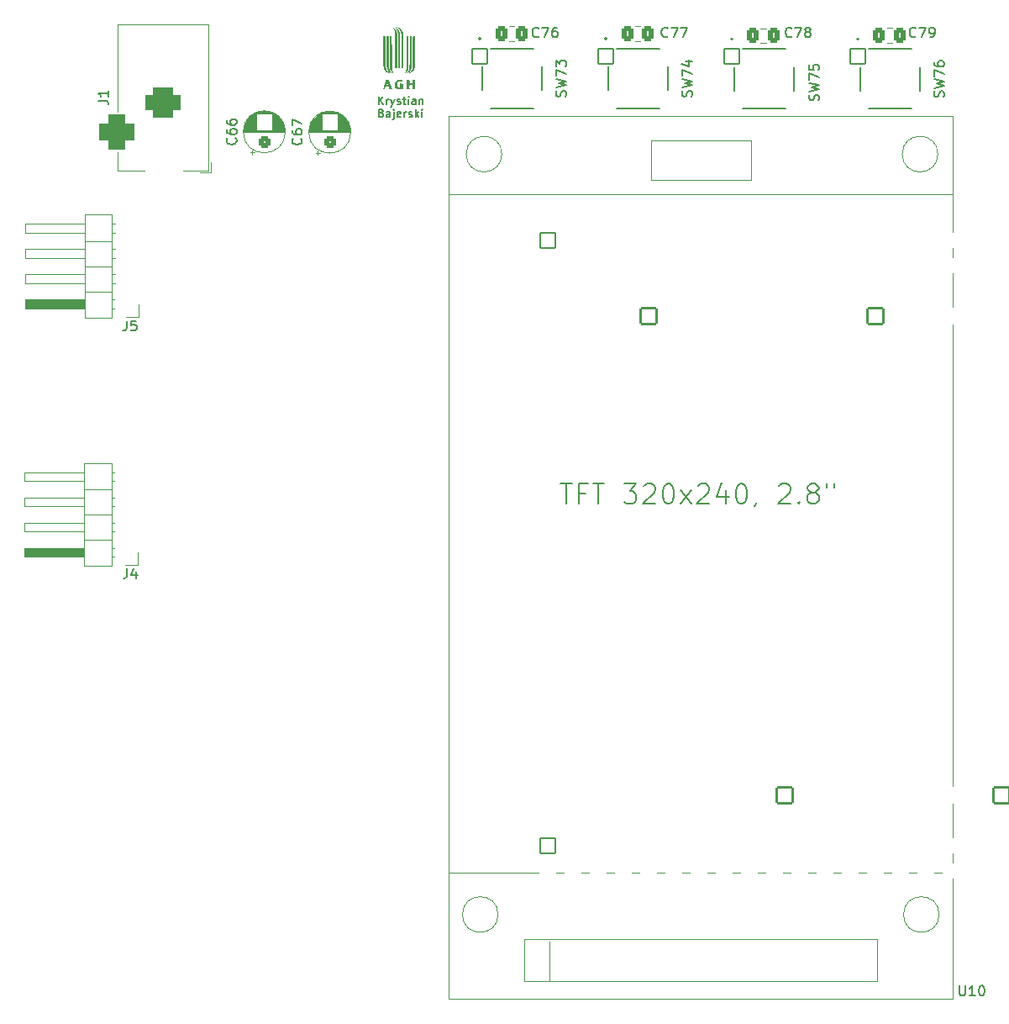
<source format=gto>
%TF.GenerationSoftware,KiCad,Pcbnew,9.0.6*%
%TF.CreationDate,2025-11-14T23:18:00+01:00*%
%TF.ProjectId,uC_screen_power,75435f73-6372-4656-956e-5f706f776572,1*%
%TF.SameCoordinates,Original*%
%TF.FileFunction,Legend,Top*%
%TF.FilePolarity,Positive*%
%FSLAX46Y46*%
G04 Gerber Fmt 4.6, Leading zero omitted, Abs format (unit mm)*
G04 Created by KiCad (PCBNEW 9.0.6) date 2025-11-14 23:18:00*
%MOMM*%
%LPD*%
G01*
G04 APERTURE LIST*
G04 Aperture macros list*
%AMRoundRect*
0 Rectangle with rounded corners*
0 $1 Rounding radius*
0 $2 $3 $4 $5 $6 $7 $8 $9 X,Y pos of 4 corners*
0 Add a 4 corners polygon primitive as box body*
4,1,4,$2,$3,$4,$5,$6,$7,$8,$9,$2,$3,0*
0 Add four circle primitives for the rounded corners*
1,1,$1+$1,$2,$3*
1,1,$1+$1,$4,$5*
1,1,$1+$1,$6,$7*
1,1,$1+$1,$8,$9*
0 Add four rect primitives between the rounded corners*
20,1,$1+$1,$2,$3,$4,$5,0*
20,1,$1+$1,$4,$5,$6,$7,0*
20,1,$1+$1,$6,$7,$8,$9,0*
20,1,$1+$1,$8,$9,$2,$3,0*%
G04 Aperture macros list end*
%ADD10C,0.200000*%
%ADD11C,0.150000*%
%ADD12C,0.120000*%
%ADD13C,0.100000*%
%ADD14C,0.000000*%
%ADD15C,0.127000*%
%ADD16RoundRect,0.250000X0.350000X-0.350000X0.350000X0.350000X-0.350000X0.350000X-0.350000X-0.350000X0*%
%ADD17C,1.200000*%
%ADD18O,1.500000X3.000000*%
%ADD19RoundRect,0.250000X-0.337500X-0.475000X0.337500X-0.475000X0.337500X0.475000X-0.337500X0.475000X0*%
%ADD20RoundRect,0.102000X-0.754000X-0.754000X0.754000X-0.754000X0.754000X0.754000X-0.754000X0.754000X0*%
%ADD21C,1.712000*%
%ADD22R,1.700000X1.700000*%
%ADD23C,1.700000*%
%ADD24R,3.500000X3.500000*%
%ADD25RoundRect,0.750000X-1.000000X0.750000X-1.000000X-0.750000X1.000000X-0.750000X1.000000X0.750000X0*%
%ADD26RoundRect,0.875000X-0.875000X0.875000X-0.875000X-0.875000X0.875000X-0.875000X0.875000X0.875000X0*%
%ADD27C,3.000000*%
%ADD28RoundRect,0.102000X-0.802500X0.802500X-0.802500X-0.802500X0.802500X-0.802500X0.802500X0.802500X0*%
%ADD29C,1.809000*%
%ADD30RoundRect,0.102000X-0.765000X0.765000X-0.765000X-0.765000X0.765000X-0.765000X0.765000X0.765000X0*%
%ADD31C,1.734000*%
G04 APERTURE END LIST*
D10*
X81722054Y-61203740D02*
X81722054Y-60403740D01*
X82179197Y-61203740D02*
X81836339Y-60746597D01*
X82179197Y-60403740D02*
X81722054Y-60860883D01*
X82522054Y-61203740D02*
X82522054Y-60670406D01*
X82522054Y-60822787D02*
X82560149Y-60746597D01*
X82560149Y-60746597D02*
X82598244Y-60708502D01*
X82598244Y-60708502D02*
X82674435Y-60670406D01*
X82674435Y-60670406D02*
X82750625Y-60670406D01*
X82941101Y-60670406D02*
X83131577Y-61203740D01*
X83322054Y-60670406D02*
X83131577Y-61203740D01*
X83131577Y-61203740D02*
X83055387Y-61394216D01*
X83055387Y-61394216D02*
X83017292Y-61432311D01*
X83017292Y-61432311D02*
X82941101Y-61470406D01*
X83588720Y-61165645D02*
X83664911Y-61203740D01*
X83664911Y-61203740D02*
X83817292Y-61203740D01*
X83817292Y-61203740D02*
X83893482Y-61165645D01*
X83893482Y-61165645D02*
X83931578Y-61089454D01*
X83931578Y-61089454D02*
X83931578Y-61051359D01*
X83931578Y-61051359D02*
X83893482Y-60975168D01*
X83893482Y-60975168D02*
X83817292Y-60937073D01*
X83817292Y-60937073D02*
X83703006Y-60937073D01*
X83703006Y-60937073D02*
X83626816Y-60898978D01*
X83626816Y-60898978D02*
X83588720Y-60822787D01*
X83588720Y-60822787D02*
X83588720Y-60784692D01*
X83588720Y-60784692D02*
X83626816Y-60708502D01*
X83626816Y-60708502D02*
X83703006Y-60670406D01*
X83703006Y-60670406D02*
X83817292Y-60670406D01*
X83817292Y-60670406D02*
X83893482Y-60708502D01*
X84160149Y-60670406D02*
X84464911Y-60670406D01*
X84274435Y-60403740D02*
X84274435Y-61089454D01*
X84274435Y-61089454D02*
X84312530Y-61165645D01*
X84312530Y-61165645D02*
X84388720Y-61203740D01*
X84388720Y-61203740D02*
X84464911Y-61203740D01*
X84731578Y-61203740D02*
X84731578Y-60670406D01*
X84731578Y-60403740D02*
X84693482Y-60441835D01*
X84693482Y-60441835D02*
X84731578Y-60479930D01*
X84731578Y-60479930D02*
X84769673Y-60441835D01*
X84769673Y-60441835D02*
X84731578Y-60403740D01*
X84731578Y-60403740D02*
X84731578Y-60479930D01*
X85455387Y-61203740D02*
X85455387Y-60784692D01*
X85455387Y-60784692D02*
X85417292Y-60708502D01*
X85417292Y-60708502D02*
X85341101Y-60670406D01*
X85341101Y-60670406D02*
X85188720Y-60670406D01*
X85188720Y-60670406D02*
X85112530Y-60708502D01*
X85455387Y-61165645D02*
X85379196Y-61203740D01*
X85379196Y-61203740D02*
X85188720Y-61203740D01*
X85188720Y-61203740D02*
X85112530Y-61165645D01*
X85112530Y-61165645D02*
X85074434Y-61089454D01*
X85074434Y-61089454D02*
X85074434Y-61013264D01*
X85074434Y-61013264D02*
X85112530Y-60937073D01*
X85112530Y-60937073D02*
X85188720Y-60898978D01*
X85188720Y-60898978D02*
X85379196Y-60898978D01*
X85379196Y-60898978D02*
X85455387Y-60860883D01*
X85836340Y-60670406D02*
X85836340Y-61203740D01*
X85836340Y-60746597D02*
X85874435Y-60708502D01*
X85874435Y-60708502D02*
X85950625Y-60670406D01*
X85950625Y-60670406D02*
X86064911Y-60670406D01*
X86064911Y-60670406D02*
X86141102Y-60708502D01*
X86141102Y-60708502D02*
X86179197Y-60784692D01*
X86179197Y-60784692D02*
X86179197Y-61203740D01*
X81988720Y-62072647D02*
X82103006Y-62110742D01*
X82103006Y-62110742D02*
X82141101Y-62148838D01*
X82141101Y-62148838D02*
X82179197Y-62225028D01*
X82179197Y-62225028D02*
X82179197Y-62339314D01*
X82179197Y-62339314D02*
X82141101Y-62415504D01*
X82141101Y-62415504D02*
X82103006Y-62453600D01*
X82103006Y-62453600D02*
X82026816Y-62491695D01*
X82026816Y-62491695D02*
X81722054Y-62491695D01*
X81722054Y-62491695D02*
X81722054Y-61691695D01*
X81722054Y-61691695D02*
X81988720Y-61691695D01*
X81988720Y-61691695D02*
X82064911Y-61729790D01*
X82064911Y-61729790D02*
X82103006Y-61767885D01*
X82103006Y-61767885D02*
X82141101Y-61844076D01*
X82141101Y-61844076D02*
X82141101Y-61920266D01*
X82141101Y-61920266D02*
X82103006Y-61996457D01*
X82103006Y-61996457D02*
X82064911Y-62034552D01*
X82064911Y-62034552D02*
X81988720Y-62072647D01*
X81988720Y-62072647D02*
X81722054Y-62072647D01*
X82864911Y-62491695D02*
X82864911Y-62072647D01*
X82864911Y-62072647D02*
X82826816Y-61996457D01*
X82826816Y-61996457D02*
X82750625Y-61958361D01*
X82750625Y-61958361D02*
X82598244Y-61958361D01*
X82598244Y-61958361D02*
X82522054Y-61996457D01*
X82864911Y-62453600D02*
X82788720Y-62491695D01*
X82788720Y-62491695D02*
X82598244Y-62491695D01*
X82598244Y-62491695D02*
X82522054Y-62453600D01*
X82522054Y-62453600D02*
X82483958Y-62377409D01*
X82483958Y-62377409D02*
X82483958Y-62301219D01*
X82483958Y-62301219D02*
X82522054Y-62225028D01*
X82522054Y-62225028D02*
X82598244Y-62186933D01*
X82598244Y-62186933D02*
X82788720Y-62186933D01*
X82788720Y-62186933D02*
X82864911Y-62148838D01*
X83245864Y-61958361D02*
X83245864Y-62644076D01*
X83245864Y-62644076D02*
X83207768Y-62720266D01*
X83207768Y-62720266D02*
X83131578Y-62758361D01*
X83131578Y-62758361D02*
X83093483Y-62758361D01*
X83245864Y-61691695D02*
X83207768Y-61729790D01*
X83207768Y-61729790D02*
X83245864Y-61767885D01*
X83245864Y-61767885D02*
X83283959Y-61729790D01*
X83283959Y-61729790D02*
X83245864Y-61691695D01*
X83245864Y-61691695D02*
X83245864Y-61767885D01*
X83931578Y-62453600D02*
X83855387Y-62491695D01*
X83855387Y-62491695D02*
X83703006Y-62491695D01*
X83703006Y-62491695D02*
X83626816Y-62453600D01*
X83626816Y-62453600D02*
X83588720Y-62377409D01*
X83588720Y-62377409D02*
X83588720Y-62072647D01*
X83588720Y-62072647D02*
X83626816Y-61996457D01*
X83626816Y-61996457D02*
X83703006Y-61958361D01*
X83703006Y-61958361D02*
X83855387Y-61958361D01*
X83855387Y-61958361D02*
X83931578Y-61996457D01*
X83931578Y-61996457D02*
X83969673Y-62072647D01*
X83969673Y-62072647D02*
X83969673Y-62148838D01*
X83969673Y-62148838D02*
X83588720Y-62225028D01*
X84312530Y-62491695D02*
X84312530Y-61958361D01*
X84312530Y-62110742D02*
X84350625Y-62034552D01*
X84350625Y-62034552D02*
X84388720Y-61996457D01*
X84388720Y-61996457D02*
X84464911Y-61958361D01*
X84464911Y-61958361D02*
X84541101Y-61958361D01*
X84769672Y-62453600D02*
X84845863Y-62491695D01*
X84845863Y-62491695D02*
X84998244Y-62491695D01*
X84998244Y-62491695D02*
X85074434Y-62453600D01*
X85074434Y-62453600D02*
X85112530Y-62377409D01*
X85112530Y-62377409D02*
X85112530Y-62339314D01*
X85112530Y-62339314D02*
X85074434Y-62263123D01*
X85074434Y-62263123D02*
X84998244Y-62225028D01*
X84998244Y-62225028D02*
X84883958Y-62225028D01*
X84883958Y-62225028D02*
X84807768Y-62186933D01*
X84807768Y-62186933D02*
X84769672Y-62110742D01*
X84769672Y-62110742D02*
X84769672Y-62072647D01*
X84769672Y-62072647D02*
X84807768Y-61996457D01*
X84807768Y-61996457D02*
X84883958Y-61958361D01*
X84883958Y-61958361D02*
X84998244Y-61958361D01*
X84998244Y-61958361D02*
X85074434Y-61996457D01*
X85455387Y-62491695D02*
X85455387Y-61691695D01*
X85531577Y-62186933D02*
X85760149Y-62491695D01*
X85760149Y-61958361D02*
X85455387Y-62263123D01*
X86103006Y-62491695D02*
X86103006Y-61958361D01*
X86103006Y-61691695D02*
X86064910Y-61729790D01*
X86064910Y-61729790D02*
X86103006Y-61767885D01*
X86103006Y-61767885D02*
X86141101Y-61729790D01*
X86141101Y-61729790D02*
X86103006Y-61691695D01*
X86103006Y-61691695D02*
X86103006Y-61767885D01*
D11*
X73909580Y-64642857D02*
X73957200Y-64690476D01*
X73957200Y-64690476D02*
X74004819Y-64833333D01*
X74004819Y-64833333D02*
X74004819Y-64928571D01*
X74004819Y-64928571D02*
X73957200Y-65071428D01*
X73957200Y-65071428D02*
X73861961Y-65166666D01*
X73861961Y-65166666D02*
X73766723Y-65214285D01*
X73766723Y-65214285D02*
X73576247Y-65261904D01*
X73576247Y-65261904D02*
X73433390Y-65261904D01*
X73433390Y-65261904D02*
X73242914Y-65214285D01*
X73242914Y-65214285D02*
X73147676Y-65166666D01*
X73147676Y-65166666D02*
X73052438Y-65071428D01*
X73052438Y-65071428D02*
X73004819Y-64928571D01*
X73004819Y-64928571D02*
X73004819Y-64833333D01*
X73004819Y-64833333D02*
X73052438Y-64690476D01*
X73052438Y-64690476D02*
X73100057Y-64642857D01*
X73004819Y-63785714D02*
X73004819Y-63976190D01*
X73004819Y-63976190D02*
X73052438Y-64071428D01*
X73052438Y-64071428D02*
X73100057Y-64119047D01*
X73100057Y-64119047D02*
X73242914Y-64214285D01*
X73242914Y-64214285D02*
X73433390Y-64261904D01*
X73433390Y-64261904D02*
X73814342Y-64261904D01*
X73814342Y-64261904D02*
X73909580Y-64214285D01*
X73909580Y-64214285D02*
X73957200Y-64166666D01*
X73957200Y-64166666D02*
X74004819Y-64071428D01*
X74004819Y-64071428D02*
X74004819Y-63880952D01*
X74004819Y-63880952D02*
X73957200Y-63785714D01*
X73957200Y-63785714D02*
X73909580Y-63738095D01*
X73909580Y-63738095D02*
X73814342Y-63690476D01*
X73814342Y-63690476D02*
X73576247Y-63690476D01*
X73576247Y-63690476D02*
X73481009Y-63738095D01*
X73481009Y-63738095D02*
X73433390Y-63785714D01*
X73433390Y-63785714D02*
X73385771Y-63880952D01*
X73385771Y-63880952D02*
X73385771Y-64071428D01*
X73385771Y-64071428D02*
X73433390Y-64166666D01*
X73433390Y-64166666D02*
X73481009Y-64214285D01*
X73481009Y-64214285D02*
X73576247Y-64261904D01*
X73004819Y-63357142D02*
X73004819Y-62690476D01*
X73004819Y-62690476D02*
X74004819Y-63119047D01*
X140261905Y-149954819D02*
X140261905Y-150764342D01*
X140261905Y-150764342D02*
X140309524Y-150859580D01*
X140309524Y-150859580D02*
X140357143Y-150907200D01*
X140357143Y-150907200D02*
X140452381Y-150954819D01*
X140452381Y-150954819D02*
X140642857Y-150954819D01*
X140642857Y-150954819D02*
X140738095Y-150907200D01*
X140738095Y-150907200D02*
X140785714Y-150859580D01*
X140785714Y-150859580D02*
X140833333Y-150764342D01*
X140833333Y-150764342D02*
X140833333Y-149954819D01*
X141833333Y-150954819D02*
X141261905Y-150954819D01*
X141547619Y-150954819D02*
X141547619Y-149954819D01*
X141547619Y-149954819D02*
X141452381Y-150097676D01*
X141452381Y-150097676D02*
X141357143Y-150192914D01*
X141357143Y-150192914D02*
X141261905Y-150240533D01*
X142452381Y-149954819D02*
X142547619Y-149954819D01*
X142547619Y-149954819D02*
X142642857Y-150002438D01*
X142642857Y-150002438D02*
X142690476Y-150050057D01*
X142690476Y-150050057D02*
X142738095Y-150145295D01*
X142738095Y-150145295D02*
X142785714Y-150335771D01*
X142785714Y-150335771D02*
X142785714Y-150573866D01*
X142785714Y-150573866D02*
X142738095Y-150764342D01*
X142738095Y-150764342D02*
X142690476Y-150859580D01*
X142690476Y-150859580D02*
X142642857Y-150907200D01*
X142642857Y-150907200D02*
X142547619Y-150954819D01*
X142547619Y-150954819D02*
X142452381Y-150954819D01*
X142452381Y-150954819D02*
X142357143Y-150907200D01*
X142357143Y-150907200D02*
X142309524Y-150859580D01*
X142309524Y-150859580D02*
X142261905Y-150764342D01*
X142261905Y-150764342D02*
X142214286Y-150573866D01*
X142214286Y-150573866D02*
X142214286Y-150335771D01*
X142214286Y-150335771D02*
X142261905Y-150145295D01*
X142261905Y-150145295D02*
X142309524Y-150050057D01*
X142309524Y-150050057D02*
X142357143Y-150002438D01*
X142357143Y-150002438D02*
X142452381Y-149954819D01*
X100078855Y-99427438D02*
X101221712Y-99427438D01*
X100650283Y-101427438D02*
X100650283Y-99427438D01*
X102555046Y-100379819D02*
X101888379Y-100379819D01*
X101888379Y-101427438D02*
X101888379Y-99427438D01*
X101888379Y-99427438D02*
X102840760Y-99427438D01*
X103316951Y-99427438D02*
X104459808Y-99427438D01*
X103888379Y-101427438D02*
X103888379Y-99427438D01*
X106459809Y-99427438D02*
X107697904Y-99427438D01*
X107697904Y-99427438D02*
X107031237Y-100189342D01*
X107031237Y-100189342D02*
X107316952Y-100189342D01*
X107316952Y-100189342D02*
X107507428Y-100284580D01*
X107507428Y-100284580D02*
X107602666Y-100379819D01*
X107602666Y-100379819D02*
X107697904Y-100570295D01*
X107697904Y-100570295D02*
X107697904Y-101046485D01*
X107697904Y-101046485D02*
X107602666Y-101236961D01*
X107602666Y-101236961D02*
X107507428Y-101332200D01*
X107507428Y-101332200D02*
X107316952Y-101427438D01*
X107316952Y-101427438D02*
X106745523Y-101427438D01*
X106745523Y-101427438D02*
X106555047Y-101332200D01*
X106555047Y-101332200D02*
X106459809Y-101236961D01*
X108459809Y-99617914D02*
X108555047Y-99522676D01*
X108555047Y-99522676D02*
X108745523Y-99427438D01*
X108745523Y-99427438D02*
X109221714Y-99427438D01*
X109221714Y-99427438D02*
X109412190Y-99522676D01*
X109412190Y-99522676D02*
X109507428Y-99617914D01*
X109507428Y-99617914D02*
X109602666Y-99808390D01*
X109602666Y-99808390D02*
X109602666Y-99998866D01*
X109602666Y-99998866D02*
X109507428Y-100284580D01*
X109507428Y-100284580D02*
X108364571Y-101427438D01*
X108364571Y-101427438D02*
X109602666Y-101427438D01*
X110840761Y-99427438D02*
X111031238Y-99427438D01*
X111031238Y-99427438D02*
X111221714Y-99522676D01*
X111221714Y-99522676D02*
X111316952Y-99617914D01*
X111316952Y-99617914D02*
X111412190Y-99808390D01*
X111412190Y-99808390D02*
X111507428Y-100189342D01*
X111507428Y-100189342D02*
X111507428Y-100665533D01*
X111507428Y-100665533D02*
X111412190Y-101046485D01*
X111412190Y-101046485D02*
X111316952Y-101236961D01*
X111316952Y-101236961D02*
X111221714Y-101332200D01*
X111221714Y-101332200D02*
X111031238Y-101427438D01*
X111031238Y-101427438D02*
X110840761Y-101427438D01*
X110840761Y-101427438D02*
X110650285Y-101332200D01*
X110650285Y-101332200D02*
X110555047Y-101236961D01*
X110555047Y-101236961D02*
X110459809Y-101046485D01*
X110459809Y-101046485D02*
X110364571Y-100665533D01*
X110364571Y-100665533D02*
X110364571Y-100189342D01*
X110364571Y-100189342D02*
X110459809Y-99808390D01*
X110459809Y-99808390D02*
X110555047Y-99617914D01*
X110555047Y-99617914D02*
X110650285Y-99522676D01*
X110650285Y-99522676D02*
X110840761Y-99427438D01*
X112174095Y-101427438D02*
X113221714Y-100094104D01*
X112174095Y-100094104D02*
X113221714Y-101427438D01*
X113888381Y-99617914D02*
X113983619Y-99522676D01*
X113983619Y-99522676D02*
X114174095Y-99427438D01*
X114174095Y-99427438D02*
X114650286Y-99427438D01*
X114650286Y-99427438D02*
X114840762Y-99522676D01*
X114840762Y-99522676D02*
X114936000Y-99617914D01*
X114936000Y-99617914D02*
X115031238Y-99808390D01*
X115031238Y-99808390D02*
X115031238Y-99998866D01*
X115031238Y-99998866D02*
X114936000Y-100284580D01*
X114936000Y-100284580D02*
X113793143Y-101427438D01*
X113793143Y-101427438D02*
X115031238Y-101427438D01*
X116745524Y-100094104D02*
X116745524Y-101427438D01*
X116269333Y-99332200D02*
X115793143Y-100760771D01*
X115793143Y-100760771D02*
X117031238Y-100760771D01*
X118174095Y-99427438D02*
X118364572Y-99427438D01*
X118364572Y-99427438D02*
X118555048Y-99522676D01*
X118555048Y-99522676D02*
X118650286Y-99617914D01*
X118650286Y-99617914D02*
X118745524Y-99808390D01*
X118745524Y-99808390D02*
X118840762Y-100189342D01*
X118840762Y-100189342D02*
X118840762Y-100665533D01*
X118840762Y-100665533D02*
X118745524Y-101046485D01*
X118745524Y-101046485D02*
X118650286Y-101236961D01*
X118650286Y-101236961D02*
X118555048Y-101332200D01*
X118555048Y-101332200D02*
X118364572Y-101427438D01*
X118364572Y-101427438D02*
X118174095Y-101427438D01*
X118174095Y-101427438D02*
X117983619Y-101332200D01*
X117983619Y-101332200D02*
X117888381Y-101236961D01*
X117888381Y-101236961D02*
X117793143Y-101046485D01*
X117793143Y-101046485D02*
X117697905Y-100665533D01*
X117697905Y-100665533D02*
X117697905Y-100189342D01*
X117697905Y-100189342D02*
X117793143Y-99808390D01*
X117793143Y-99808390D02*
X117888381Y-99617914D01*
X117888381Y-99617914D02*
X117983619Y-99522676D01*
X117983619Y-99522676D02*
X118174095Y-99427438D01*
X119793143Y-101332200D02*
X119793143Y-101427438D01*
X119793143Y-101427438D02*
X119697905Y-101617914D01*
X119697905Y-101617914D02*
X119602667Y-101713152D01*
X122078858Y-99617914D02*
X122174096Y-99522676D01*
X122174096Y-99522676D02*
X122364572Y-99427438D01*
X122364572Y-99427438D02*
X122840763Y-99427438D01*
X122840763Y-99427438D02*
X123031239Y-99522676D01*
X123031239Y-99522676D02*
X123126477Y-99617914D01*
X123126477Y-99617914D02*
X123221715Y-99808390D01*
X123221715Y-99808390D02*
X123221715Y-99998866D01*
X123221715Y-99998866D02*
X123126477Y-100284580D01*
X123126477Y-100284580D02*
X121983620Y-101427438D01*
X121983620Y-101427438D02*
X123221715Y-101427438D01*
X124078858Y-101236961D02*
X124174096Y-101332200D01*
X124174096Y-101332200D02*
X124078858Y-101427438D01*
X124078858Y-101427438D02*
X123983620Y-101332200D01*
X123983620Y-101332200D02*
X124078858Y-101236961D01*
X124078858Y-101236961D02*
X124078858Y-101427438D01*
X125316953Y-100284580D02*
X125126477Y-100189342D01*
X125126477Y-100189342D02*
X125031239Y-100094104D01*
X125031239Y-100094104D02*
X124936001Y-99903628D01*
X124936001Y-99903628D02*
X124936001Y-99808390D01*
X124936001Y-99808390D02*
X125031239Y-99617914D01*
X125031239Y-99617914D02*
X125126477Y-99522676D01*
X125126477Y-99522676D02*
X125316953Y-99427438D01*
X125316953Y-99427438D02*
X125697906Y-99427438D01*
X125697906Y-99427438D02*
X125888382Y-99522676D01*
X125888382Y-99522676D02*
X125983620Y-99617914D01*
X125983620Y-99617914D02*
X126078858Y-99808390D01*
X126078858Y-99808390D02*
X126078858Y-99903628D01*
X126078858Y-99903628D02*
X125983620Y-100094104D01*
X125983620Y-100094104D02*
X125888382Y-100189342D01*
X125888382Y-100189342D02*
X125697906Y-100284580D01*
X125697906Y-100284580D02*
X125316953Y-100284580D01*
X125316953Y-100284580D02*
X125126477Y-100379819D01*
X125126477Y-100379819D02*
X125031239Y-100475057D01*
X125031239Y-100475057D02*
X124936001Y-100665533D01*
X124936001Y-100665533D02*
X124936001Y-101046485D01*
X124936001Y-101046485D02*
X125031239Y-101236961D01*
X125031239Y-101236961D02*
X125126477Y-101332200D01*
X125126477Y-101332200D02*
X125316953Y-101427438D01*
X125316953Y-101427438D02*
X125697906Y-101427438D01*
X125697906Y-101427438D02*
X125888382Y-101332200D01*
X125888382Y-101332200D02*
X125983620Y-101236961D01*
X125983620Y-101236961D02*
X126078858Y-101046485D01*
X126078858Y-101046485D02*
X126078858Y-100665533D01*
X126078858Y-100665533D02*
X125983620Y-100475057D01*
X125983620Y-100475057D02*
X125888382Y-100379819D01*
X125888382Y-100379819D02*
X125697906Y-100284580D01*
X126840763Y-99427438D02*
X126840763Y-99808390D01*
X127602668Y-99427438D02*
X127602668Y-99808390D01*
X123357142Y-54359580D02*
X123309523Y-54407200D01*
X123309523Y-54407200D02*
X123166666Y-54454819D01*
X123166666Y-54454819D02*
X123071428Y-54454819D01*
X123071428Y-54454819D02*
X122928571Y-54407200D01*
X122928571Y-54407200D02*
X122833333Y-54311961D01*
X122833333Y-54311961D02*
X122785714Y-54216723D01*
X122785714Y-54216723D02*
X122738095Y-54026247D01*
X122738095Y-54026247D02*
X122738095Y-53883390D01*
X122738095Y-53883390D02*
X122785714Y-53692914D01*
X122785714Y-53692914D02*
X122833333Y-53597676D01*
X122833333Y-53597676D02*
X122928571Y-53502438D01*
X122928571Y-53502438D02*
X123071428Y-53454819D01*
X123071428Y-53454819D02*
X123166666Y-53454819D01*
X123166666Y-53454819D02*
X123309523Y-53502438D01*
X123309523Y-53502438D02*
X123357142Y-53550057D01*
X123690476Y-53454819D02*
X124357142Y-53454819D01*
X124357142Y-53454819D02*
X123928571Y-54454819D01*
X124880952Y-53883390D02*
X124785714Y-53835771D01*
X124785714Y-53835771D02*
X124738095Y-53788152D01*
X124738095Y-53788152D02*
X124690476Y-53692914D01*
X124690476Y-53692914D02*
X124690476Y-53645295D01*
X124690476Y-53645295D02*
X124738095Y-53550057D01*
X124738095Y-53550057D02*
X124785714Y-53502438D01*
X124785714Y-53502438D02*
X124880952Y-53454819D01*
X124880952Y-53454819D02*
X125071428Y-53454819D01*
X125071428Y-53454819D02*
X125166666Y-53502438D01*
X125166666Y-53502438D02*
X125214285Y-53550057D01*
X125214285Y-53550057D02*
X125261904Y-53645295D01*
X125261904Y-53645295D02*
X125261904Y-53692914D01*
X125261904Y-53692914D02*
X125214285Y-53788152D01*
X125214285Y-53788152D02*
X125166666Y-53835771D01*
X125166666Y-53835771D02*
X125071428Y-53883390D01*
X125071428Y-53883390D02*
X124880952Y-53883390D01*
X124880952Y-53883390D02*
X124785714Y-53931009D01*
X124785714Y-53931009D02*
X124738095Y-53978628D01*
X124738095Y-53978628D02*
X124690476Y-54073866D01*
X124690476Y-54073866D02*
X124690476Y-54264342D01*
X124690476Y-54264342D02*
X124738095Y-54359580D01*
X124738095Y-54359580D02*
X124785714Y-54407200D01*
X124785714Y-54407200D02*
X124880952Y-54454819D01*
X124880952Y-54454819D02*
X125071428Y-54454819D01*
X125071428Y-54454819D02*
X125166666Y-54407200D01*
X125166666Y-54407200D02*
X125214285Y-54359580D01*
X125214285Y-54359580D02*
X125261904Y-54264342D01*
X125261904Y-54264342D02*
X125261904Y-54073866D01*
X125261904Y-54073866D02*
X125214285Y-53978628D01*
X125214285Y-53978628D02*
X125166666Y-53931009D01*
X125166666Y-53931009D02*
X125071428Y-53883390D01*
X138657200Y-60459523D02*
X138704819Y-60316666D01*
X138704819Y-60316666D02*
X138704819Y-60078571D01*
X138704819Y-60078571D02*
X138657200Y-59983333D01*
X138657200Y-59983333D02*
X138609580Y-59935714D01*
X138609580Y-59935714D02*
X138514342Y-59888095D01*
X138514342Y-59888095D02*
X138419104Y-59888095D01*
X138419104Y-59888095D02*
X138323866Y-59935714D01*
X138323866Y-59935714D02*
X138276247Y-59983333D01*
X138276247Y-59983333D02*
X138228628Y-60078571D01*
X138228628Y-60078571D02*
X138181009Y-60269047D01*
X138181009Y-60269047D02*
X138133390Y-60364285D01*
X138133390Y-60364285D02*
X138085771Y-60411904D01*
X138085771Y-60411904D02*
X137990533Y-60459523D01*
X137990533Y-60459523D02*
X137895295Y-60459523D01*
X137895295Y-60459523D02*
X137800057Y-60411904D01*
X137800057Y-60411904D02*
X137752438Y-60364285D01*
X137752438Y-60364285D02*
X137704819Y-60269047D01*
X137704819Y-60269047D02*
X137704819Y-60030952D01*
X137704819Y-60030952D02*
X137752438Y-59888095D01*
X137704819Y-59554761D02*
X138704819Y-59316666D01*
X138704819Y-59316666D02*
X137990533Y-59126190D01*
X137990533Y-59126190D02*
X138704819Y-58935714D01*
X138704819Y-58935714D02*
X137704819Y-58697619D01*
X137704819Y-58411904D02*
X137704819Y-57745238D01*
X137704819Y-57745238D02*
X138704819Y-58173809D01*
X137704819Y-56935714D02*
X137704819Y-57126190D01*
X137704819Y-57126190D02*
X137752438Y-57221428D01*
X137752438Y-57221428D02*
X137800057Y-57269047D01*
X137800057Y-57269047D02*
X137942914Y-57364285D01*
X137942914Y-57364285D02*
X138133390Y-57411904D01*
X138133390Y-57411904D02*
X138514342Y-57411904D01*
X138514342Y-57411904D02*
X138609580Y-57364285D01*
X138609580Y-57364285D02*
X138657200Y-57316666D01*
X138657200Y-57316666D02*
X138704819Y-57221428D01*
X138704819Y-57221428D02*
X138704819Y-57030952D01*
X138704819Y-57030952D02*
X138657200Y-56935714D01*
X138657200Y-56935714D02*
X138609580Y-56888095D01*
X138609580Y-56888095D02*
X138514342Y-56840476D01*
X138514342Y-56840476D02*
X138276247Y-56840476D01*
X138276247Y-56840476D02*
X138181009Y-56888095D01*
X138181009Y-56888095D02*
X138133390Y-56935714D01*
X138133390Y-56935714D02*
X138085771Y-57030952D01*
X138085771Y-57030952D02*
X138085771Y-57221428D01*
X138085771Y-57221428D02*
X138133390Y-57316666D01*
X138133390Y-57316666D02*
X138181009Y-57364285D01*
X138181009Y-57364285D02*
X138276247Y-57411904D01*
X56366666Y-107954819D02*
X56366666Y-108669104D01*
X56366666Y-108669104D02*
X56319047Y-108811961D01*
X56319047Y-108811961D02*
X56223809Y-108907200D01*
X56223809Y-108907200D02*
X56080952Y-108954819D01*
X56080952Y-108954819D02*
X55985714Y-108954819D01*
X57271428Y-108288152D02*
X57271428Y-108954819D01*
X57033333Y-107907200D02*
X56795238Y-108621485D01*
X56795238Y-108621485D02*
X57414285Y-108621485D01*
X135857142Y-54359580D02*
X135809523Y-54407200D01*
X135809523Y-54407200D02*
X135666666Y-54454819D01*
X135666666Y-54454819D02*
X135571428Y-54454819D01*
X135571428Y-54454819D02*
X135428571Y-54407200D01*
X135428571Y-54407200D02*
X135333333Y-54311961D01*
X135333333Y-54311961D02*
X135285714Y-54216723D01*
X135285714Y-54216723D02*
X135238095Y-54026247D01*
X135238095Y-54026247D02*
X135238095Y-53883390D01*
X135238095Y-53883390D02*
X135285714Y-53692914D01*
X135285714Y-53692914D02*
X135333333Y-53597676D01*
X135333333Y-53597676D02*
X135428571Y-53502438D01*
X135428571Y-53502438D02*
X135571428Y-53454819D01*
X135571428Y-53454819D02*
X135666666Y-53454819D01*
X135666666Y-53454819D02*
X135809523Y-53502438D01*
X135809523Y-53502438D02*
X135857142Y-53550057D01*
X136190476Y-53454819D02*
X136857142Y-53454819D01*
X136857142Y-53454819D02*
X136428571Y-54454819D01*
X137285714Y-54454819D02*
X137476190Y-54454819D01*
X137476190Y-54454819D02*
X137571428Y-54407200D01*
X137571428Y-54407200D02*
X137619047Y-54359580D01*
X137619047Y-54359580D02*
X137714285Y-54216723D01*
X137714285Y-54216723D02*
X137761904Y-54026247D01*
X137761904Y-54026247D02*
X137761904Y-53645295D01*
X137761904Y-53645295D02*
X137714285Y-53550057D01*
X137714285Y-53550057D02*
X137666666Y-53502438D01*
X137666666Y-53502438D02*
X137571428Y-53454819D01*
X137571428Y-53454819D02*
X137380952Y-53454819D01*
X137380952Y-53454819D02*
X137285714Y-53502438D01*
X137285714Y-53502438D02*
X137238095Y-53550057D01*
X137238095Y-53550057D02*
X137190476Y-53645295D01*
X137190476Y-53645295D02*
X137190476Y-53883390D01*
X137190476Y-53883390D02*
X137238095Y-53978628D01*
X137238095Y-53978628D02*
X137285714Y-54026247D01*
X137285714Y-54026247D02*
X137380952Y-54073866D01*
X137380952Y-54073866D02*
X137571428Y-54073866D01*
X137571428Y-54073866D02*
X137666666Y-54026247D01*
X137666666Y-54026247D02*
X137714285Y-53978628D01*
X137714285Y-53978628D02*
X137761904Y-53883390D01*
X67309580Y-64615457D02*
X67357200Y-64663076D01*
X67357200Y-64663076D02*
X67404819Y-64805933D01*
X67404819Y-64805933D02*
X67404819Y-64901171D01*
X67404819Y-64901171D02*
X67357200Y-65044028D01*
X67357200Y-65044028D02*
X67261961Y-65139266D01*
X67261961Y-65139266D02*
X67166723Y-65186885D01*
X67166723Y-65186885D02*
X66976247Y-65234504D01*
X66976247Y-65234504D02*
X66833390Y-65234504D01*
X66833390Y-65234504D02*
X66642914Y-65186885D01*
X66642914Y-65186885D02*
X66547676Y-65139266D01*
X66547676Y-65139266D02*
X66452438Y-65044028D01*
X66452438Y-65044028D02*
X66404819Y-64901171D01*
X66404819Y-64901171D02*
X66404819Y-64805933D01*
X66404819Y-64805933D02*
X66452438Y-64663076D01*
X66452438Y-64663076D02*
X66500057Y-64615457D01*
X66404819Y-63758314D02*
X66404819Y-63948790D01*
X66404819Y-63948790D02*
X66452438Y-64044028D01*
X66452438Y-64044028D02*
X66500057Y-64091647D01*
X66500057Y-64091647D02*
X66642914Y-64186885D01*
X66642914Y-64186885D02*
X66833390Y-64234504D01*
X66833390Y-64234504D02*
X67214342Y-64234504D01*
X67214342Y-64234504D02*
X67309580Y-64186885D01*
X67309580Y-64186885D02*
X67357200Y-64139266D01*
X67357200Y-64139266D02*
X67404819Y-64044028D01*
X67404819Y-64044028D02*
X67404819Y-63853552D01*
X67404819Y-63853552D02*
X67357200Y-63758314D01*
X67357200Y-63758314D02*
X67309580Y-63710695D01*
X67309580Y-63710695D02*
X67214342Y-63663076D01*
X67214342Y-63663076D02*
X66976247Y-63663076D01*
X66976247Y-63663076D02*
X66881009Y-63710695D01*
X66881009Y-63710695D02*
X66833390Y-63758314D01*
X66833390Y-63758314D02*
X66785771Y-63853552D01*
X66785771Y-63853552D02*
X66785771Y-64044028D01*
X66785771Y-64044028D02*
X66833390Y-64139266D01*
X66833390Y-64139266D02*
X66881009Y-64186885D01*
X66881009Y-64186885D02*
X66976247Y-64234504D01*
X66404819Y-62805933D02*
X66404819Y-62996409D01*
X66404819Y-62996409D02*
X66452438Y-63091647D01*
X66452438Y-63091647D02*
X66500057Y-63139266D01*
X66500057Y-63139266D02*
X66642914Y-63234504D01*
X66642914Y-63234504D02*
X66833390Y-63282123D01*
X66833390Y-63282123D02*
X67214342Y-63282123D01*
X67214342Y-63282123D02*
X67309580Y-63234504D01*
X67309580Y-63234504D02*
X67357200Y-63186885D01*
X67357200Y-63186885D02*
X67404819Y-63091647D01*
X67404819Y-63091647D02*
X67404819Y-62901171D01*
X67404819Y-62901171D02*
X67357200Y-62805933D01*
X67357200Y-62805933D02*
X67309580Y-62758314D01*
X67309580Y-62758314D02*
X67214342Y-62710695D01*
X67214342Y-62710695D02*
X66976247Y-62710695D01*
X66976247Y-62710695D02*
X66881009Y-62758314D01*
X66881009Y-62758314D02*
X66833390Y-62805933D01*
X66833390Y-62805933D02*
X66785771Y-62901171D01*
X66785771Y-62901171D02*
X66785771Y-63091647D01*
X66785771Y-63091647D02*
X66833390Y-63186885D01*
X66833390Y-63186885D02*
X66881009Y-63234504D01*
X66881009Y-63234504D02*
X66976247Y-63282123D01*
X113257200Y-60409523D02*
X113304819Y-60266666D01*
X113304819Y-60266666D02*
X113304819Y-60028571D01*
X113304819Y-60028571D02*
X113257200Y-59933333D01*
X113257200Y-59933333D02*
X113209580Y-59885714D01*
X113209580Y-59885714D02*
X113114342Y-59838095D01*
X113114342Y-59838095D02*
X113019104Y-59838095D01*
X113019104Y-59838095D02*
X112923866Y-59885714D01*
X112923866Y-59885714D02*
X112876247Y-59933333D01*
X112876247Y-59933333D02*
X112828628Y-60028571D01*
X112828628Y-60028571D02*
X112781009Y-60219047D01*
X112781009Y-60219047D02*
X112733390Y-60314285D01*
X112733390Y-60314285D02*
X112685771Y-60361904D01*
X112685771Y-60361904D02*
X112590533Y-60409523D01*
X112590533Y-60409523D02*
X112495295Y-60409523D01*
X112495295Y-60409523D02*
X112400057Y-60361904D01*
X112400057Y-60361904D02*
X112352438Y-60314285D01*
X112352438Y-60314285D02*
X112304819Y-60219047D01*
X112304819Y-60219047D02*
X112304819Y-59980952D01*
X112304819Y-59980952D02*
X112352438Y-59838095D01*
X112304819Y-59504761D02*
X113304819Y-59266666D01*
X113304819Y-59266666D02*
X112590533Y-59076190D01*
X112590533Y-59076190D02*
X113304819Y-58885714D01*
X113304819Y-58885714D02*
X112304819Y-58647619D01*
X112304819Y-58361904D02*
X112304819Y-57695238D01*
X112304819Y-57695238D02*
X113304819Y-58123809D01*
X112638152Y-56885714D02*
X113304819Y-56885714D01*
X112257200Y-57123809D02*
X112971485Y-57361904D01*
X112971485Y-57361904D02*
X112971485Y-56742857D01*
X126057200Y-60809523D02*
X126104819Y-60666666D01*
X126104819Y-60666666D02*
X126104819Y-60428571D01*
X126104819Y-60428571D02*
X126057200Y-60333333D01*
X126057200Y-60333333D02*
X126009580Y-60285714D01*
X126009580Y-60285714D02*
X125914342Y-60238095D01*
X125914342Y-60238095D02*
X125819104Y-60238095D01*
X125819104Y-60238095D02*
X125723866Y-60285714D01*
X125723866Y-60285714D02*
X125676247Y-60333333D01*
X125676247Y-60333333D02*
X125628628Y-60428571D01*
X125628628Y-60428571D02*
X125581009Y-60619047D01*
X125581009Y-60619047D02*
X125533390Y-60714285D01*
X125533390Y-60714285D02*
X125485771Y-60761904D01*
X125485771Y-60761904D02*
X125390533Y-60809523D01*
X125390533Y-60809523D02*
X125295295Y-60809523D01*
X125295295Y-60809523D02*
X125200057Y-60761904D01*
X125200057Y-60761904D02*
X125152438Y-60714285D01*
X125152438Y-60714285D02*
X125104819Y-60619047D01*
X125104819Y-60619047D02*
X125104819Y-60380952D01*
X125104819Y-60380952D02*
X125152438Y-60238095D01*
X125104819Y-59904761D02*
X126104819Y-59666666D01*
X126104819Y-59666666D02*
X125390533Y-59476190D01*
X125390533Y-59476190D02*
X126104819Y-59285714D01*
X126104819Y-59285714D02*
X125104819Y-59047619D01*
X125104819Y-58761904D02*
X125104819Y-58095238D01*
X125104819Y-58095238D02*
X126104819Y-58523809D01*
X125104819Y-57238095D02*
X125104819Y-57714285D01*
X125104819Y-57714285D02*
X125581009Y-57761904D01*
X125581009Y-57761904D02*
X125533390Y-57714285D01*
X125533390Y-57714285D02*
X125485771Y-57619047D01*
X125485771Y-57619047D02*
X125485771Y-57380952D01*
X125485771Y-57380952D02*
X125533390Y-57285714D01*
X125533390Y-57285714D02*
X125581009Y-57238095D01*
X125581009Y-57238095D02*
X125676247Y-57190476D01*
X125676247Y-57190476D02*
X125914342Y-57190476D01*
X125914342Y-57190476D02*
X126009580Y-57238095D01*
X126009580Y-57238095D02*
X126057200Y-57285714D01*
X126057200Y-57285714D02*
X126104819Y-57380952D01*
X126104819Y-57380952D02*
X126104819Y-57619047D01*
X126104819Y-57619047D02*
X126057200Y-57714285D01*
X126057200Y-57714285D02*
X126009580Y-57761904D01*
X97857142Y-54359580D02*
X97809523Y-54407200D01*
X97809523Y-54407200D02*
X97666666Y-54454819D01*
X97666666Y-54454819D02*
X97571428Y-54454819D01*
X97571428Y-54454819D02*
X97428571Y-54407200D01*
X97428571Y-54407200D02*
X97333333Y-54311961D01*
X97333333Y-54311961D02*
X97285714Y-54216723D01*
X97285714Y-54216723D02*
X97238095Y-54026247D01*
X97238095Y-54026247D02*
X97238095Y-53883390D01*
X97238095Y-53883390D02*
X97285714Y-53692914D01*
X97285714Y-53692914D02*
X97333333Y-53597676D01*
X97333333Y-53597676D02*
X97428571Y-53502438D01*
X97428571Y-53502438D02*
X97571428Y-53454819D01*
X97571428Y-53454819D02*
X97666666Y-53454819D01*
X97666666Y-53454819D02*
X97809523Y-53502438D01*
X97809523Y-53502438D02*
X97857142Y-53550057D01*
X98190476Y-53454819D02*
X98857142Y-53454819D01*
X98857142Y-53454819D02*
X98428571Y-54454819D01*
X99666666Y-53454819D02*
X99476190Y-53454819D01*
X99476190Y-53454819D02*
X99380952Y-53502438D01*
X99380952Y-53502438D02*
X99333333Y-53550057D01*
X99333333Y-53550057D02*
X99238095Y-53692914D01*
X99238095Y-53692914D02*
X99190476Y-53883390D01*
X99190476Y-53883390D02*
X99190476Y-54264342D01*
X99190476Y-54264342D02*
X99238095Y-54359580D01*
X99238095Y-54359580D02*
X99285714Y-54407200D01*
X99285714Y-54407200D02*
X99380952Y-54454819D01*
X99380952Y-54454819D02*
X99571428Y-54454819D01*
X99571428Y-54454819D02*
X99666666Y-54407200D01*
X99666666Y-54407200D02*
X99714285Y-54359580D01*
X99714285Y-54359580D02*
X99761904Y-54264342D01*
X99761904Y-54264342D02*
X99761904Y-54026247D01*
X99761904Y-54026247D02*
X99714285Y-53931009D01*
X99714285Y-53931009D02*
X99666666Y-53883390D01*
X99666666Y-53883390D02*
X99571428Y-53835771D01*
X99571428Y-53835771D02*
X99380952Y-53835771D01*
X99380952Y-53835771D02*
X99285714Y-53883390D01*
X99285714Y-53883390D02*
X99238095Y-53931009D01*
X99238095Y-53931009D02*
X99190476Y-54026247D01*
X53454819Y-60833333D02*
X54169104Y-60833333D01*
X54169104Y-60833333D02*
X54311961Y-60880952D01*
X54311961Y-60880952D02*
X54407200Y-60976190D01*
X54407200Y-60976190D02*
X54454819Y-61119047D01*
X54454819Y-61119047D02*
X54454819Y-61214285D01*
X54454819Y-59833333D02*
X54454819Y-60404761D01*
X54454819Y-60119047D02*
X53454819Y-60119047D01*
X53454819Y-60119047D02*
X53597676Y-60214285D01*
X53597676Y-60214285D02*
X53692914Y-60309523D01*
X53692914Y-60309523D02*
X53740533Y-60404761D01*
X110857142Y-54359580D02*
X110809523Y-54407200D01*
X110809523Y-54407200D02*
X110666666Y-54454819D01*
X110666666Y-54454819D02*
X110571428Y-54454819D01*
X110571428Y-54454819D02*
X110428571Y-54407200D01*
X110428571Y-54407200D02*
X110333333Y-54311961D01*
X110333333Y-54311961D02*
X110285714Y-54216723D01*
X110285714Y-54216723D02*
X110238095Y-54026247D01*
X110238095Y-54026247D02*
X110238095Y-53883390D01*
X110238095Y-53883390D02*
X110285714Y-53692914D01*
X110285714Y-53692914D02*
X110333333Y-53597676D01*
X110333333Y-53597676D02*
X110428571Y-53502438D01*
X110428571Y-53502438D02*
X110571428Y-53454819D01*
X110571428Y-53454819D02*
X110666666Y-53454819D01*
X110666666Y-53454819D02*
X110809523Y-53502438D01*
X110809523Y-53502438D02*
X110857142Y-53550057D01*
X111190476Y-53454819D02*
X111857142Y-53454819D01*
X111857142Y-53454819D02*
X111428571Y-54454819D01*
X112142857Y-53454819D02*
X112809523Y-53454819D01*
X112809523Y-53454819D02*
X112380952Y-54454819D01*
X56326666Y-83014819D02*
X56326666Y-83729104D01*
X56326666Y-83729104D02*
X56279047Y-83871961D01*
X56279047Y-83871961D02*
X56183809Y-83967200D01*
X56183809Y-83967200D02*
X56040952Y-84014819D01*
X56040952Y-84014819D02*
X55945714Y-84014819D01*
X57279047Y-83014819D02*
X56802857Y-83014819D01*
X56802857Y-83014819D02*
X56755238Y-83491009D01*
X56755238Y-83491009D02*
X56802857Y-83443390D01*
X56802857Y-83443390D02*
X56898095Y-83395771D01*
X56898095Y-83395771D02*
X57136190Y-83395771D01*
X57136190Y-83395771D02*
X57231428Y-83443390D01*
X57231428Y-83443390D02*
X57279047Y-83491009D01*
X57279047Y-83491009D02*
X57326666Y-83586247D01*
X57326666Y-83586247D02*
X57326666Y-83824342D01*
X57326666Y-83824342D02*
X57279047Y-83919580D01*
X57279047Y-83919580D02*
X57231428Y-83967200D01*
X57231428Y-83967200D02*
X57136190Y-84014819D01*
X57136190Y-84014819D02*
X56898095Y-84014819D01*
X56898095Y-84014819D02*
X56802857Y-83967200D01*
X56802857Y-83967200D02*
X56755238Y-83919580D01*
X100557200Y-60409523D02*
X100604819Y-60266666D01*
X100604819Y-60266666D02*
X100604819Y-60028571D01*
X100604819Y-60028571D02*
X100557200Y-59933333D01*
X100557200Y-59933333D02*
X100509580Y-59885714D01*
X100509580Y-59885714D02*
X100414342Y-59838095D01*
X100414342Y-59838095D02*
X100319104Y-59838095D01*
X100319104Y-59838095D02*
X100223866Y-59885714D01*
X100223866Y-59885714D02*
X100176247Y-59933333D01*
X100176247Y-59933333D02*
X100128628Y-60028571D01*
X100128628Y-60028571D02*
X100081009Y-60219047D01*
X100081009Y-60219047D02*
X100033390Y-60314285D01*
X100033390Y-60314285D02*
X99985771Y-60361904D01*
X99985771Y-60361904D02*
X99890533Y-60409523D01*
X99890533Y-60409523D02*
X99795295Y-60409523D01*
X99795295Y-60409523D02*
X99700057Y-60361904D01*
X99700057Y-60361904D02*
X99652438Y-60314285D01*
X99652438Y-60314285D02*
X99604819Y-60219047D01*
X99604819Y-60219047D02*
X99604819Y-59980952D01*
X99604819Y-59980952D02*
X99652438Y-59838095D01*
X99604819Y-59504761D02*
X100604819Y-59266666D01*
X100604819Y-59266666D02*
X99890533Y-59076190D01*
X99890533Y-59076190D02*
X100604819Y-58885714D01*
X100604819Y-58885714D02*
X99604819Y-58647619D01*
X99604819Y-58361904D02*
X99604819Y-57695238D01*
X99604819Y-57695238D02*
X100604819Y-58123809D01*
X99604819Y-57409523D02*
X99604819Y-56790476D01*
X99604819Y-56790476D02*
X99985771Y-57123809D01*
X99985771Y-57123809D02*
X99985771Y-56980952D01*
X99985771Y-56980952D02*
X100033390Y-56885714D01*
X100033390Y-56885714D02*
X100081009Y-56838095D01*
X100081009Y-56838095D02*
X100176247Y-56790476D01*
X100176247Y-56790476D02*
X100414342Y-56790476D01*
X100414342Y-56790476D02*
X100509580Y-56838095D01*
X100509580Y-56838095D02*
X100557200Y-56885714D01*
X100557200Y-56885714D02*
X100604819Y-56980952D01*
X100604819Y-56980952D02*
X100604819Y-57266666D01*
X100604819Y-57266666D02*
X100557200Y-57361904D01*
X100557200Y-57361904D02*
X100509580Y-57409523D01*
D12*
%TO.C,C67*%
X74720000Y-63960000D02*
X78880000Y-63960000D01*
X74720000Y-64000000D02*
X78880000Y-64000000D01*
X74722000Y-63920000D02*
X78878000Y-63920000D01*
X74723000Y-63880000D02*
X78877000Y-63880000D01*
X74726000Y-63840000D02*
X78874000Y-63840000D01*
X74729000Y-63800000D02*
X75960000Y-63800000D01*
X74734000Y-63760000D02*
X75960000Y-63760000D01*
X74739000Y-63720000D02*
X75960000Y-63720000D01*
X74744000Y-63680000D02*
X75960000Y-63680000D01*
X74751000Y-63640000D02*
X75960000Y-63640000D01*
X74758000Y-63600000D02*
X75960000Y-63600000D01*
X74766000Y-63560000D02*
X75960000Y-63560000D01*
X74775000Y-63520000D02*
X75960000Y-63520000D01*
X74785000Y-63480000D02*
X75960000Y-63480000D01*
X74795000Y-63440000D02*
X75960000Y-63440000D01*
X74807000Y-63400000D02*
X75960000Y-63400000D01*
X74819000Y-63360000D02*
X75960000Y-63360000D01*
X74832000Y-63320000D02*
X75960000Y-63320000D01*
X74846000Y-63280000D02*
X75960000Y-63280000D01*
X74861000Y-63240000D02*
X75960000Y-63240000D01*
X74877000Y-63200000D02*
X75960000Y-63200000D01*
X74894000Y-63160000D02*
X75960000Y-63160000D01*
X74911000Y-63120000D02*
X75960000Y-63120000D01*
X74930000Y-63080000D02*
X75960000Y-63080000D01*
X74950000Y-63040000D02*
X75960000Y-63040000D01*
X74971000Y-63000000D02*
X75960000Y-63000000D01*
X74993000Y-62960000D02*
X75960000Y-62960000D01*
X75016000Y-62920000D02*
X75960000Y-62920000D01*
X75040000Y-62880000D02*
X75960000Y-62880000D01*
X75066000Y-62840000D02*
X75960000Y-62840000D01*
X75092000Y-62800000D02*
X75960000Y-62800000D01*
X75120000Y-62760000D02*
X75960000Y-62760000D01*
X75150000Y-62720000D02*
X75960000Y-62720000D01*
X75181000Y-62680000D02*
X75960000Y-62680000D01*
X75214000Y-62640000D02*
X75960000Y-62640000D01*
X75248000Y-62600000D02*
X75960000Y-62600000D01*
X75284000Y-62560000D02*
X75960000Y-62560000D01*
X75322000Y-62520000D02*
X75960000Y-62520000D01*
X75362000Y-62480000D02*
X75960000Y-62480000D01*
X75404000Y-62440000D02*
X75960000Y-62440000D01*
X75405000Y-66069801D02*
X75805000Y-66069801D01*
X75449000Y-62400000D02*
X75960000Y-62400000D01*
X75497000Y-62360000D02*
X75960000Y-62360000D01*
X75547000Y-62320000D02*
X75960000Y-62320000D01*
X75601000Y-62280000D02*
X75960000Y-62280000D01*
X75605000Y-66269801D02*
X75605000Y-65869801D01*
X75658000Y-62240000D02*
X75960000Y-62240000D01*
X75720000Y-62200000D02*
X75960000Y-62200000D01*
X75787000Y-62160000D02*
X77813000Y-62160000D01*
X75860000Y-62120000D02*
X77740000Y-62120000D01*
X75941000Y-62080000D02*
X77659000Y-62080000D01*
X76032000Y-62040000D02*
X77568000Y-62040000D01*
X76137000Y-62000000D02*
X77463000Y-62000000D01*
X76263000Y-61960000D02*
X77337000Y-61960000D01*
X76430000Y-61920000D02*
X77170000Y-61920000D01*
X77640000Y-62200000D02*
X77880000Y-62200000D01*
X77640000Y-62240000D02*
X77942000Y-62240000D01*
X77640000Y-62280000D02*
X77999000Y-62280000D01*
X77640000Y-62320000D02*
X78053000Y-62320000D01*
X77640000Y-62360000D02*
X78103000Y-62360000D01*
X77640000Y-62400000D02*
X78151000Y-62400000D01*
X77640000Y-62440000D02*
X78196000Y-62440000D01*
X77640000Y-62480000D02*
X78238000Y-62480000D01*
X77640000Y-62520000D02*
X78278000Y-62520000D01*
X77640000Y-62560000D02*
X78316000Y-62560000D01*
X77640000Y-62600000D02*
X78352000Y-62600000D01*
X77640000Y-62640000D02*
X78386000Y-62640000D01*
X77640000Y-62680000D02*
X78419000Y-62680000D01*
X77640000Y-62720000D02*
X78450000Y-62720000D01*
X77640000Y-62760000D02*
X78480000Y-62760000D01*
X77640000Y-62800000D02*
X78508000Y-62800000D01*
X77640000Y-62840000D02*
X78534000Y-62840000D01*
X77640000Y-62880000D02*
X78560000Y-62880000D01*
X77640000Y-62920000D02*
X78584000Y-62920000D01*
X77640000Y-62960000D02*
X78607000Y-62960000D01*
X77640000Y-63000000D02*
X78629000Y-63000000D01*
X77640000Y-63040000D02*
X78650000Y-63040000D01*
X77640000Y-63080000D02*
X78670000Y-63080000D01*
X77640000Y-63120000D02*
X78689000Y-63120000D01*
X77640000Y-63160000D02*
X78706000Y-63160000D01*
X77640000Y-63200000D02*
X78723000Y-63200000D01*
X77640000Y-63240000D02*
X78739000Y-63240000D01*
X77640000Y-63280000D02*
X78754000Y-63280000D01*
X77640000Y-63320000D02*
X78768000Y-63320000D01*
X77640000Y-63360000D02*
X78781000Y-63360000D01*
X77640000Y-63400000D02*
X78793000Y-63400000D01*
X77640000Y-63440000D02*
X78805000Y-63440000D01*
X77640000Y-63480000D02*
X78815000Y-63480000D01*
X77640000Y-63520000D02*
X78825000Y-63520000D01*
X77640000Y-63560000D02*
X78834000Y-63560000D01*
X77640000Y-63600000D02*
X78842000Y-63600000D01*
X77640000Y-63640000D02*
X78849000Y-63640000D01*
X77640000Y-63680000D02*
X78856000Y-63680000D01*
X77640000Y-63720000D02*
X78861000Y-63720000D01*
X77640000Y-63760000D02*
X78866000Y-63760000D01*
X77640000Y-63800000D02*
X78871000Y-63800000D01*
X78920000Y-64000000D02*
G75*
G02*
X74680000Y-64000000I-2120000J0D01*
G01*
X74680000Y-64000000D02*
G75*
G02*
X78920000Y-64000000I2120000J0D01*
G01*
%TO.C,U10*%
X88790000Y-62410000D02*
X88790000Y-151310000D01*
X88790000Y-70284000D02*
X139590000Y-70284000D01*
X88790000Y-138610000D02*
X139590000Y-138610000D01*
X88790000Y-151310000D02*
X139590000Y-151310000D01*
X96430000Y-145246000D02*
X131950000Y-145246000D01*
X96430000Y-149500000D02*
X96430000Y-145246000D01*
X98950000Y-145500000D02*
X98950000Y-149500000D01*
X109190000Y-64800000D02*
X109190000Y-68700000D01*
D13*
X109190000Y-64800000D02*
X119290000Y-64800000D01*
X109190000Y-68800000D02*
X119290000Y-68800000D01*
D12*
X119290000Y-64800000D02*
X119290000Y-68800000D01*
X131950000Y-145246000D02*
X131950000Y-149500000D01*
X131950000Y-149500000D02*
X96430000Y-149500000D01*
X139590000Y-62410000D02*
X88790000Y-62410000D01*
X139590000Y-151310000D02*
X139590000Y-62410000D01*
X93761051Y-142801000D02*
G75*
G02*
X90168949Y-142801000I-1796051J0D01*
G01*
X90168949Y-142801000D02*
G75*
G02*
X93761051Y-142801000I1796051J0D01*
G01*
X94142051Y-66220000D02*
G75*
G02*
X90549949Y-66220000I-1796051J0D01*
G01*
X90549949Y-66220000D02*
G75*
G02*
X94142051Y-66220000I1796051J0D01*
G01*
X138084051Y-66220000D02*
G75*
G02*
X134491949Y-66220000I-1796051J0D01*
G01*
X134491949Y-66220000D02*
G75*
G02*
X138084051Y-66220000I1796051J0D01*
G01*
X138211051Y-142801000D02*
G75*
G02*
X134618949Y-142801000I-1796051J0D01*
G01*
X134618949Y-142801000D02*
G75*
G02*
X138211051Y-142801000I1796051J0D01*
G01*
D14*
%TO.C,G\u002A\u002A\u002A*%
G36*
X85072520Y-55894444D02*
G01*
X85072520Y-57412648D01*
X85044200Y-57519741D01*
X84999111Y-57653570D01*
X84939122Y-57767923D01*
X84862767Y-57864643D01*
X84768581Y-57945573D01*
X84655097Y-58012556D01*
X84650446Y-58014821D01*
X84580195Y-58048247D01*
X84531231Y-58069847D01*
X84502519Y-58079487D01*
X84493028Y-58077036D01*
X84501722Y-58062360D01*
X84527569Y-58035327D01*
X84561340Y-58003379D01*
X84647487Y-57913455D01*
X84716729Y-57817392D01*
X84772313Y-57709627D01*
X84817486Y-57584598D01*
X84828931Y-57544940D01*
X84831418Y-57529825D01*
X84833717Y-57502602D01*
X84835840Y-57462241D01*
X84837803Y-57407713D01*
X84839620Y-57337987D01*
X84841304Y-57252034D01*
X84842872Y-57148824D01*
X84844336Y-57027327D01*
X84845712Y-56886513D01*
X84847013Y-56725353D01*
X84848254Y-56542816D01*
X84849449Y-56337873D01*
X84850614Y-56109494D01*
X84851430Y-55932241D01*
X84858333Y-54376239D01*
X84965427Y-54376239D01*
X85072520Y-54376239D01*
X85072520Y-55894444D01*
G37*
G36*
X82748025Y-55932241D02*
G01*
X82754384Y-57488243D01*
X82789732Y-57601297D01*
X82823549Y-57698908D01*
X82860027Y-57779188D01*
X82903832Y-57849928D01*
X82959629Y-57918915D01*
X83014418Y-57976463D01*
X83055513Y-58018153D01*
X83088208Y-58052440D01*
X83109430Y-58076015D01*
X83116104Y-58085569D01*
X83115828Y-58085623D01*
X83098192Y-58081458D01*
X83075546Y-58074947D01*
X83048501Y-58064567D01*
X83007831Y-58046562D01*
X82962321Y-58024821D01*
X82962153Y-58024737D01*
X82843487Y-57955263D01*
X82745342Y-57874008D01*
X82666701Y-57779391D01*
X82606550Y-57669829D01*
X82563873Y-57543742D01*
X82537656Y-57399547D01*
X82533191Y-57356445D01*
X82531049Y-57318437D01*
X82529155Y-57256055D01*
X82527514Y-57170119D01*
X82526129Y-57061454D01*
X82525007Y-56930881D01*
X82524152Y-56779223D01*
X82523569Y-56607302D01*
X82523263Y-56415941D01*
X82523238Y-56205962D01*
X82523500Y-55978188D01*
X82523894Y-55793650D01*
X82527480Y-54376239D01*
X82634573Y-54376239D01*
X82741667Y-54376239D01*
X82748025Y-55932241D01*
G37*
G36*
X83192241Y-53433506D02*
G01*
X83219487Y-53448418D01*
X83256319Y-53471082D01*
X83259776Y-53473309D01*
X83353979Y-53549164D01*
X83433713Y-53645504D01*
X83498803Y-53762059D01*
X83549073Y-53898560D01*
X83557528Y-53928968D01*
X83585813Y-54036061D01*
X83585813Y-55799950D01*
X83585813Y-57563839D01*
X83481870Y-57567498D01*
X83377927Y-57571157D01*
X83377667Y-55929601D01*
X83377555Y-55665669D01*
X83377289Y-55425664D01*
X83376848Y-55208317D01*
X83376207Y-55012357D01*
X83375344Y-54836514D01*
X83374237Y-54679517D01*
X83372861Y-54540097D01*
X83371194Y-54416982D01*
X83369212Y-54308903D01*
X83366894Y-54214589D01*
X83364215Y-54132769D01*
X83361153Y-54062175D01*
X83357685Y-54001534D01*
X83353787Y-53949578D01*
X83349437Y-53905035D01*
X83344612Y-53866635D01*
X83339704Y-53835475D01*
X83320298Y-53748184D01*
X83293343Y-53660039D01*
X83261678Y-53578970D01*
X83228147Y-53512907D01*
X83218887Y-53498293D01*
X83196972Y-53464030D01*
X83183106Y-53439009D01*
X83180261Y-53429477D01*
X83192241Y-53433506D01*
G37*
G36*
X83551457Y-53429848D02*
G01*
X83604414Y-53442877D01*
X83666633Y-53461811D01*
X83731280Y-53484377D01*
X83791523Y-53508299D01*
X83840528Y-53531303D01*
X83850588Y-53536854D01*
X83959737Y-53614126D01*
X84052298Y-53709767D01*
X84126868Y-53822037D01*
X84181261Y-53946878D01*
X84215774Y-54048660D01*
X84219179Y-55809399D01*
X84222585Y-57570138D01*
X84121140Y-57570138D01*
X84062377Y-57568393D01*
X84027065Y-57563008D01*
X84013888Y-57554389D01*
X84013171Y-57540126D01*
X84012431Y-57502119D01*
X84011675Y-57441819D01*
X84010911Y-57360681D01*
X84010148Y-57260157D01*
X84009391Y-57141702D01*
X84008650Y-57006768D01*
X84007931Y-56856808D01*
X84007242Y-56693276D01*
X84006591Y-56517626D01*
X84005986Y-56331310D01*
X84005434Y-56135782D01*
X84004943Y-55932494D01*
X84004666Y-55799950D01*
X84001252Y-54061259D01*
X83972179Y-53966855D01*
X83920548Y-53833821D01*
X83852184Y-53718070D01*
X83765360Y-53617549D01*
X83658349Y-53530205D01*
X83549392Y-53464346D01*
X83511136Y-53443605D01*
X83493135Y-53431799D01*
X83493185Y-53426437D01*
X83509083Y-53425027D01*
X83514594Y-53424999D01*
X83551457Y-53429848D01*
G37*
G36*
X84715585Y-58729968D02*
G01*
X84753742Y-58732775D01*
X84778430Y-58738728D01*
X84795501Y-58748873D01*
X84802140Y-58754967D01*
X84823514Y-58780642D01*
X84837214Y-58810208D01*
X84844446Y-58849311D01*
X84846414Y-58903598D01*
X84845196Y-58956713D01*
X84842729Y-59023446D01*
X84843446Y-59069007D01*
X84850952Y-59097416D01*
X84868855Y-59112696D01*
X84900761Y-59118869D01*
X84950277Y-59119957D01*
X84991474Y-59119841D01*
X85129216Y-59119841D01*
X85129216Y-58924553D01*
X85129216Y-58729265D01*
X85261508Y-58729265D01*
X85393800Y-58729265D01*
X85393800Y-59208035D01*
X85393800Y-59686805D01*
X85261508Y-59686805D01*
X85129216Y-59686805D01*
X85129216Y-59485218D01*
X85129216Y-59283630D01*
X84991732Y-59283630D01*
X84854249Y-59283630D01*
X84845536Y-59335197D01*
X84842386Y-59368853D01*
X84840584Y-59420151D01*
X84840294Y-59481565D01*
X84841279Y-59533635D01*
X84845734Y-59680505D01*
X84716592Y-59684096D01*
X84587450Y-59687686D01*
X84587450Y-59255237D01*
X84587364Y-59138455D01*
X84587014Y-59044111D01*
X84586262Y-58969444D01*
X84584972Y-58911695D01*
X84583006Y-58868103D01*
X84580226Y-58835909D01*
X84576496Y-58812351D01*
X84571678Y-58794670D01*
X84565634Y-58780106D01*
X84563610Y-58776026D01*
X84539770Y-58729265D01*
X84658104Y-58729265D01*
X84715585Y-58729968D01*
G37*
G36*
X84747971Y-55941691D02*
G01*
X84747371Y-56174450D01*
X84746780Y-56383375D01*
X84746178Y-56569830D01*
X84745543Y-56735180D01*
X84744853Y-56880788D01*
X84744087Y-57008018D01*
X84743223Y-57118236D01*
X84742240Y-57212805D01*
X84741116Y-57293090D01*
X84739831Y-57360455D01*
X84738361Y-57416263D01*
X84736687Y-57461880D01*
X84734785Y-57498669D01*
X84732636Y-57527995D01*
X84730216Y-57551221D01*
X84727506Y-57569713D01*
X84724482Y-57584835D01*
X84721899Y-57595146D01*
X84678591Y-57717649D01*
X84618748Y-57830948D01*
X84545312Y-57930734D01*
X84461226Y-58012698D01*
X84412761Y-58047818D01*
X84378420Y-58068973D01*
X84352863Y-58083097D01*
X84343684Y-58086706D01*
X84345603Y-58077261D01*
X84358925Y-58052588D01*
X84379120Y-58020560D01*
X84421827Y-57942098D01*
X84459974Y-57843934D01*
X84491686Y-57731421D01*
X84508157Y-57652033D01*
X84511193Y-57632823D01*
X84513935Y-57609877D01*
X84516403Y-57581832D01*
X84518618Y-57547326D01*
X84520599Y-57504996D01*
X84522366Y-57453479D01*
X84523941Y-57391411D01*
X84525342Y-57317430D01*
X84526591Y-57230172D01*
X84527707Y-57128276D01*
X84528711Y-57010377D01*
X84529622Y-56875113D01*
X84530462Y-56721121D01*
X84531250Y-56547037D01*
X84532006Y-56351500D01*
X84532751Y-56133146D01*
X84533312Y-55954290D01*
X84538143Y-54369940D01*
X84645021Y-54369940D01*
X84751900Y-54369940D01*
X84747971Y-55941691D01*
G37*
G36*
X83066130Y-55954290D02*
G01*
X83066774Y-56189077D01*
X83067412Y-56400051D01*
X83068067Y-56588595D01*
X83068758Y-56756095D01*
X83069507Y-56903934D01*
X83070335Y-57033498D01*
X83071263Y-57146170D01*
X83072312Y-57243335D01*
X83073503Y-57326379D01*
X83074857Y-57396685D01*
X83076396Y-57455638D01*
X83078139Y-57504622D01*
X83080109Y-57545022D01*
X83082326Y-57578223D01*
X83084812Y-57605608D01*
X83087587Y-57628564D01*
X83090673Y-57648473D01*
X83092001Y-57655907D01*
X83121354Y-57784247D01*
X83158652Y-57897088D01*
X83202520Y-57990545D01*
X83220887Y-58020560D01*
X83242017Y-58054487D01*
X83254224Y-58078347D01*
X83255045Y-58086706D01*
X83240158Y-58080160D01*
X83211385Y-58063163D01*
X83181813Y-58043952D01*
X83087802Y-57966086D01*
X83005860Y-57868553D01*
X82938441Y-57754978D01*
X82887996Y-57628985D01*
X82878101Y-57595146D01*
X82874819Y-57581703D01*
X82871867Y-57565952D01*
X82869223Y-57546528D01*
X82866865Y-57522067D01*
X82864773Y-57491204D01*
X82862923Y-57452576D01*
X82861296Y-57404817D01*
X82859869Y-57346564D01*
X82858621Y-57276453D01*
X82857531Y-57193119D01*
X82856576Y-57095198D01*
X82855736Y-56981326D01*
X82854988Y-56850138D01*
X82854312Y-56700271D01*
X82853686Y-56530360D01*
X82853089Y-56339041D01*
X82852498Y-56124949D01*
X82852029Y-55941691D01*
X82848100Y-54369940D01*
X82955021Y-54369940D01*
X83061942Y-54369940D01*
X83066130Y-55954290D01*
G37*
G36*
X83381206Y-53446174D02*
G01*
X83435642Y-53470165D01*
X83459821Y-53481270D01*
X83578593Y-53546372D01*
X83676858Y-53623581D01*
X83756847Y-53715464D01*
X83820790Y-53824586D01*
X83870919Y-53953512D01*
X83871172Y-53954318D01*
X83900794Y-54048660D01*
X83900794Y-55806249D01*
X83900794Y-57563839D01*
X83805733Y-57567472D01*
X83758919Y-57568117D01*
X83722324Y-57566493D01*
X83702858Y-57562949D01*
X83701790Y-57562222D01*
X83700715Y-57548777D01*
X83699677Y-57511601D01*
X83698682Y-57452161D01*
X83697739Y-57371922D01*
X83696855Y-57272353D01*
X83696039Y-57154921D01*
X83695297Y-57021091D01*
X83694637Y-56872332D01*
X83694068Y-56710110D01*
X83693597Y-56535893D01*
X83693232Y-56351146D01*
X83692980Y-56157337D01*
X83692850Y-55955933D01*
X83692832Y-55863996D01*
X83692785Y-55616292D01*
X83692658Y-55392516D01*
X83692438Y-55191395D01*
X83692112Y-55011658D01*
X83691667Y-54852034D01*
X83691091Y-54711251D01*
X83690370Y-54588038D01*
X83689492Y-54481122D01*
X83688444Y-54389234D01*
X83687213Y-54311101D01*
X83685786Y-54245452D01*
X83684150Y-54191016D01*
X83682293Y-54146521D01*
X83680201Y-54110695D01*
X83677863Y-54082268D01*
X83675263Y-54059967D01*
X83674535Y-54054960D01*
X83648055Y-53921735D01*
X83610757Y-53806900D01*
X83559975Y-53705004D01*
X83493043Y-53610592D01*
X83416534Y-53527258D01*
X83371041Y-53481502D01*
X83343989Y-53451336D01*
X83336151Y-53435940D01*
X83348300Y-53434492D01*
X83381206Y-53446174D01*
G37*
G36*
X82361846Y-54370968D02*
G01*
X82399171Y-54373712D01*
X82419410Y-54377660D01*
X82421405Y-54379389D01*
X82421578Y-54392960D01*
X82421826Y-54430169D01*
X82422144Y-54489456D01*
X82422525Y-54569263D01*
X82422963Y-54668028D01*
X82423451Y-54784192D01*
X82423983Y-54916195D01*
X82424553Y-55062477D01*
X82425154Y-55221478D01*
X82425781Y-55391639D01*
X82426426Y-55571400D01*
X82427084Y-55759200D01*
X82427523Y-55887048D01*
X82428496Y-56139970D01*
X82429623Y-56372220D01*
X82430896Y-56583347D01*
X82432313Y-56772899D01*
X82433866Y-56940425D01*
X82435550Y-57085472D01*
X82437362Y-57207590D01*
X82439294Y-57306327D01*
X82441342Y-57381231D01*
X82443501Y-57431850D01*
X82445766Y-57457733D01*
X82445819Y-57458035D01*
X82481786Y-57597096D01*
X82536949Y-57720886D01*
X82612230Y-57830662D01*
X82708553Y-57927679D01*
X82826841Y-58013194D01*
X82874015Y-58040870D01*
X82914292Y-58063851D01*
X82934472Y-58077463D01*
X82936798Y-58083990D01*
X82923516Y-58085715D01*
X82918056Y-58085664D01*
X82885868Y-58081781D01*
X82840494Y-58072455D01*
X82800255Y-58062046D01*
X82659858Y-58010675D01*
X82537943Y-57942196D01*
X82434690Y-57856810D01*
X82350277Y-57754718D01*
X82284882Y-57636123D01*
X82238686Y-57501226D01*
X82219264Y-57406349D01*
X82217116Y-57379622D01*
X82215147Y-57328283D01*
X82213363Y-57252916D01*
X82211767Y-57154106D01*
X82210365Y-57032438D01*
X82209162Y-56888497D01*
X82208162Y-56722867D01*
X82207371Y-56536135D01*
X82206793Y-56328884D01*
X82206433Y-56101700D01*
X82206296Y-55855168D01*
X82206296Y-55847197D01*
X82206200Y-54369940D01*
X82313294Y-54369940D01*
X82361846Y-54370968D01*
G37*
G36*
X83956041Y-58706624D02*
G01*
X84039385Y-58720845D01*
X84102381Y-58737137D01*
X84106089Y-58835557D01*
X84107479Y-58884630D01*
X84106413Y-58913112D01*
X84101922Y-58925566D01*
X84093035Y-58926556D01*
X84087190Y-58924413D01*
X83991146Y-58892811D01*
X83899532Y-58880144D01*
X83816477Y-58886665D01*
X83762202Y-58904342D01*
X83694458Y-58948833D01*
X83643609Y-59010410D01*
X83610694Y-59086574D01*
X83596754Y-59174825D01*
X83602828Y-59272665D01*
X83604621Y-59283129D01*
X83630297Y-59379340D01*
X83668417Y-59454252D01*
X83718701Y-59507558D01*
X83780866Y-59538950D01*
X83847472Y-59548214D01*
X83908909Y-59548214D01*
X83904851Y-59360508D01*
X83902884Y-59286150D01*
X83900339Y-59232710D01*
X83896654Y-59195906D01*
X83891269Y-59171458D01*
X83883622Y-59155086D01*
X83876792Y-59146322D01*
X83852791Y-59119841D01*
X83973734Y-59119841D01*
X84031309Y-59120419D01*
X84069962Y-59122966D01*
X84095958Y-59128701D01*
X84115561Y-59138842D01*
X84130027Y-59150234D01*
X84165377Y-59180627D01*
X84168284Y-59420701D01*
X84171191Y-59660775D01*
X84106564Y-59679967D01*
X84051689Y-59691737D01*
X83981709Y-59700400D01*
X83905757Y-59705434D01*
X83832965Y-59706318D01*
X83772466Y-59702529D01*
X83755903Y-59700006D01*
X83638936Y-59667375D01*
X83538974Y-59617405D01*
X83457071Y-59551290D01*
X83394282Y-59470228D01*
X83351659Y-59375412D01*
X83330258Y-59268040D01*
X83327829Y-59214335D01*
X83339002Y-59099993D01*
X83372420Y-58997456D01*
X83427934Y-58907001D01*
X83505391Y-58828908D01*
X83557190Y-58791391D01*
X83642872Y-58748705D01*
X83742918Y-58719616D01*
X83849813Y-58705222D01*
X83956041Y-58706624D01*
G37*
G36*
X82609549Y-58729590D02*
G01*
X82654202Y-58731152D01*
X82684331Y-58734837D01*
X82705272Y-58741528D01*
X82722360Y-58752108D01*
X82732554Y-58760330D01*
X82759859Y-58792749D01*
X82785748Y-58839494D01*
X82795923Y-58864273D01*
X82805742Y-58891477D01*
X82818110Y-58926036D01*
X82833787Y-58970105D01*
X82853538Y-59025845D01*
X82878126Y-59095411D01*
X82908313Y-59180963D01*
X82944862Y-59284658D01*
X82988537Y-59408655D01*
X83018965Y-59495073D01*
X83086753Y-59687617D01*
X82947074Y-59684061D01*
X82807394Y-59680505D01*
X82767861Y-59567112D01*
X82728328Y-59453720D01*
X82572022Y-59453720D01*
X82415715Y-59453720D01*
X82377600Y-59570262D01*
X82339485Y-59686805D01*
X82246296Y-59686805D01*
X82196131Y-59685614D01*
X82167867Y-59681658D01*
X82158307Y-59674360D01*
X82158733Y-59671056D01*
X82163946Y-59655821D01*
X82176259Y-59619523D01*
X82194723Y-59564975D01*
X82218384Y-59494991D01*
X82246293Y-59412384D01*
X82277498Y-59319969D01*
X82290350Y-59281886D01*
X82474569Y-59281886D01*
X82478769Y-59290299D01*
X82494983Y-59294545D01*
X82527882Y-59296047D01*
X82570728Y-59296229D01*
X82617753Y-59295150D01*
X82653241Y-59292281D01*
X82671257Y-59288174D01*
X82672367Y-59286780D01*
X82669772Y-59275746D01*
X82661556Y-59249752D01*
X82647066Y-59206885D01*
X82625650Y-59145235D01*
X82596655Y-59062891D01*
X82576668Y-59006475D01*
X82570511Y-59010208D01*
X82558403Y-59034762D01*
X82541604Y-59076816D01*
X82521370Y-59133045D01*
X82498960Y-59200127D01*
X82477711Y-59267881D01*
X82474569Y-59281886D01*
X82290350Y-59281886D01*
X82307679Y-59230540D01*
X82450999Y-58805773D01*
X82422716Y-58767519D01*
X82394434Y-58729265D01*
X82545035Y-58729265D01*
X82609549Y-58729590D01*
G37*
G36*
X85259550Y-54371811D02*
G01*
X85283557Y-54372580D01*
X85387500Y-54376239D01*
X85391166Y-55837747D01*
X85391729Y-56069701D01*
X85392163Y-56277901D01*
X85392423Y-56463794D01*
X85392466Y-56628825D01*
X85392246Y-56774440D01*
X85391720Y-56902083D01*
X85390842Y-57013200D01*
X85389569Y-57109236D01*
X85387857Y-57191637D01*
X85385660Y-57261849D01*
X85382934Y-57321316D01*
X85379636Y-57371485D01*
X85375720Y-57413799D01*
X85371142Y-57449706D01*
X85365858Y-57480650D01*
X85359824Y-57508076D01*
X85352994Y-57533431D01*
X85345326Y-57558158D01*
X85337623Y-57581209D01*
X85283989Y-57700742D01*
X85209626Y-57807519D01*
X85116436Y-57899861D01*
X85006322Y-57976091D01*
X84881187Y-58034531D01*
X84791881Y-58062391D01*
X84728240Y-58077708D01*
X84688103Y-58084809D01*
X84671044Y-58083373D01*
X84676637Y-58073078D01*
X84704456Y-58053605D01*
X84747028Y-58028598D01*
X84866286Y-57949417D01*
X84964842Y-57857726D01*
X85043492Y-57752249D01*
X85103030Y-57631709D01*
X85144249Y-57494829D01*
X85166578Y-57354313D01*
X85168909Y-57318066D01*
X85171025Y-57257215D01*
X85172920Y-57172350D01*
X85174591Y-57064064D01*
X85176031Y-56932950D01*
X85177236Y-56779599D01*
X85178201Y-56604604D01*
X85178920Y-56408557D01*
X85179389Y-56192051D01*
X85179603Y-55955677D01*
X85179610Y-55819133D01*
X85179570Y-55632726D01*
X85179534Y-55453165D01*
X85179502Y-55282080D01*
X85179475Y-55121104D01*
X85179453Y-54971868D01*
X85179435Y-54836005D01*
X85179424Y-54715145D01*
X85179417Y-54610920D01*
X85179416Y-54524962D01*
X85179421Y-54458902D01*
X85179431Y-54414373D01*
X85179448Y-54393005D01*
X85179453Y-54391479D01*
X85182068Y-54380430D01*
X85193003Y-54374066D01*
X85217188Y-54371491D01*
X85259550Y-54371811D01*
G37*
D12*
%TO.C,C78*%
X120226248Y-53565000D02*
X120748752Y-53565000D01*
X120226248Y-55035000D02*
X120748752Y-55035000D01*
D15*
%TO.C,SW76*%
X130250000Y-57474000D02*
X130250000Y-59826000D01*
X131074000Y-55650000D02*
X135426000Y-55650000D01*
X131074000Y-61650000D02*
X135426000Y-61650000D01*
X136250000Y-57474000D02*
X136250000Y-59826000D01*
D10*
X130100000Y-54646000D02*
G75*
G02*
X129900000Y-54646000I-100000J0D01*
G01*
X129900000Y-54646000D02*
G75*
G02*
X130100000Y-54646000I100000J0D01*
G01*
D12*
%TO.C,J4*%
X46050000Y-98270000D02*
X52050000Y-98270000D01*
X46050000Y-99130000D02*
X46050000Y-98270000D01*
X46050000Y-100810000D02*
X52050000Y-100810000D01*
X46050000Y-101670000D02*
X46050000Y-100810000D01*
X46050000Y-103350000D02*
X52050000Y-103350000D01*
X46050000Y-104210000D02*
X46050000Y-103350000D01*
X52050000Y-97320000D02*
X52050000Y-107700000D01*
X52050000Y-99130000D02*
X46050000Y-99130000D01*
X52050000Y-101670000D02*
X46050000Y-101670000D01*
X52050000Y-104210000D02*
X46050000Y-104210000D01*
X52050000Y-107700000D02*
X54810000Y-107700000D01*
X54810000Y-97320000D02*
X52050000Y-97320000D01*
X54810000Y-99970000D02*
X52050000Y-99970000D01*
X54810000Y-102510000D02*
X52050000Y-102510000D01*
X54810000Y-105050000D02*
X52050000Y-105050000D01*
X54810000Y-107700000D02*
X54810000Y-97320000D01*
X55040000Y-105890000D02*
X54810000Y-105890000D01*
X55040000Y-106750000D02*
X54810000Y-106750000D01*
X55122642Y-98270000D02*
X54810000Y-98270000D01*
X55122642Y-99130000D02*
X54810000Y-99130000D01*
X55122642Y-100810000D02*
X54810000Y-100810000D01*
X55122642Y-101670000D02*
X54810000Y-101670000D01*
X55122642Y-103350000D02*
X54810000Y-103350000D01*
X55122642Y-104210000D02*
X54810000Y-104210000D01*
X57470000Y-106320000D02*
X57470000Y-107590000D01*
X57470000Y-107590000D02*
X56200000Y-107590000D01*
X52050000Y-106750000D02*
X46050000Y-106750000D01*
X46050000Y-105890000D01*
X52050000Y-105890000D01*
X52050000Y-106750000D01*
G36*
X52050000Y-106750000D02*
G01*
X46050000Y-106750000D01*
X46050000Y-105890000D01*
X52050000Y-105890000D01*
X52050000Y-106750000D01*
G37*
%TO.C,C79*%
X132938748Y-53515000D02*
X133461252Y-53515000D01*
X132938748Y-54985000D02*
X133461252Y-54985000D01*
%TO.C,C66*%
X68120000Y-63932600D02*
X72280000Y-63932600D01*
X68120000Y-63972600D02*
X72280000Y-63972600D01*
X68122000Y-63892600D02*
X72278000Y-63892600D01*
X68123000Y-63852600D02*
X72277000Y-63852600D01*
X68126000Y-63812600D02*
X72274000Y-63812600D01*
X68129000Y-63772600D02*
X69360000Y-63772600D01*
X68134000Y-63732600D02*
X69360000Y-63732600D01*
X68139000Y-63692600D02*
X69360000Y-63692600D01*
X68144000Y-63652600D02*
X69360000Y-63652600D01*
X68151000Y-63612600D02*
X69360000Y-63612600D01*
X68158000Y-63572600D02*
X69360000Y-63572600D01*
X68166000Y-63532600D02*
X69360000Y-63532600D01*
X68175000Y-63492600D02*
X69360000Y-63492600D01*
X68185000Y-63452600D02*
X69360000Y-63452600D01*
X68195000Y-63412600D02*
X69360000Y-63412600D01*
X68207000Y-63372600D02*
X69360000Y-63372600D01*
X68219000Y-63332600D02*
X69360000Y-63332600D01*
X68232000Y-63292600D02*
X69360000Y-63292600D01*
X68246000Y-63252600D02*
X69360000Y-63252600D01*
X68261000Y-63212600D02*
X69360000Y-63212600D01*
X68277000Y-63172600D02*
X69360000Y-63172600D01*
X68294000Y-63132600D02*
X69360000Y-63132600D01*
X68311000Y-63092600D02*
X69360000Y-63092600D01*
X68330000Y-63052600D02*
X69360000Y-63052600D01*
X68350000Y-63012600D02*
X69360000Y-63012600D01*
X68371000Y-62972600D02*
X69360000Y-62972600D01*
X68393000Y-62932600D02*
X69360000Y-62932600D01*
X68416000Y-62892600D02*
X69360000Y-62892600D01*
X68440000Y-62852600D02*
X69360000Y-62852600D01*
X68466000Y-62812600D02*
X69360000Y-62812600D01*
X68492000Y-62772600D02*
X69360000Y-62772600D01*
X68520000Y-62732600D02*
X69360000Y-62732600D01*
X68550000Y-62692600D02*
X69360000Y-62692600D01*
X68581000Y-62652600D02*
X69360000Y-62652600D01*
X68614000Y-62612600D02*
X69360000Y-62612600D01*
X68648000Y-62572600D02*
X69360000Y-62572600D01*
X68684000Y-62532600D02*
X69360000Y-62532600D01*
X68722000Y-62492600D02*
X69360000Y-62492600D01*
X68762000Y-62452600D02*
X69360000Y-62452600D01*
X68804000Y-62412600D02*
X69360000Y-62412600D01*
X68805000Y-66042401D02*
X69205000Y-66042401D01*
X68849000Y-62372600D02*
X69360000Y-62372600D01*
X68897000Y-62332600D02*
X69360000Y-62332600D01*
X68947000Y-62292600D02*
X69360000Y-62292600D01*
X69001000Y-62252600D02*
X69360000Y-62252600D01*
X69005000Y-66242401D02*
X69005000Y-65842401D01*
X69058000Y-62212600D02*
X69360000Y-62212600D01*
X69120000Y-62172600D02*
X69360000Y-62172600D01*
X69187000Y-62132600D02*
X71213000Y-62132600D01*
X69260000Y-62092600D02*
X71140000Y-62092600D01*
X69341000Y-62052600D02*
X71059000Y-62052600D01*
X69432000Y-62012600D02*
X70968000Y-62012600D01*
X69537000Y-61972600D02*
X70863000Y-61972600D01*
X69663000Y-61932600D02*
X70737000Y-61932600D01*
X69830000Y-61892600D02*
X70570000Y-61892600D01*
X71040000Y-62172600D02*
X71280000Y-62172600D01*
X71040000Y-62212600D02*
X71342000Y-62212600D01*
X71040000Y-62252600D02*
X71399000Y-62252600D01*
X71040000Y-62292600D02*
X71453000Y-62292600D01*
X71040000Y-62332600D02*
X71503000Y-62332600D01*
X71040000Y-62372600D02*
X71551000Y-62372600D01*
X71040000Y-62412600D02*
X71596000Y-62412600D01*
X71040000Y-62452600D02*
X71638000Y-62452600D01*
X71040000Y-62492600D02*
X71678000Y-62492600D01*
X71040000Y-62532600D02*
X71716000Y-62532600D01*
X71040000Y-62572600D02*
X71752000Y-62572600D01*
X71040000Y-62612600D02*
X71786000Y-62612600D01*
X71040000Y-62652600D02*
X71819000Y-62652600D01*
X71040000Y-62692600D02*
X71850000Y-62692600D01*
X71040000Y-62732600D02*
X71880000Y-62732600D01*
X71040000Y-62772600D02*
X71908000Y-62772600D01*
X71040000Y-62812600D02*
X71934000Y-62812600D01*
X71040000Y-62852600D02*
X71960000Y-62852600D01*
X71040000Y-62892600D02*
X71984000Y-62892600D01*
X71040000Y-62932600D02*
X72007000Y-62932600D01*
X71040000Y-62972600D02*
X72029000Y-62972600D01*
X71040000Y-63012600D02*
X72050000Y-63012600D01*
X71040000Y-63052600D02*
X72070000Y-63052600D01*
X71040000Y-63092600D02*
X72089000Y-63092600D01*
X71040000Y-63132600D02*
X72106000Y-63132600D01*
X71040000Y-63172600D02*
X72123000Y-63172600D01*
X71040000Y-63212600D02*
X72139000Y-63212600D01*
X71040000Y-63252600D02*
X72154000Y-63252600D01*
X71040000Y-63292600D02*
X72168000Y-63292600D01*
X71040000Y-63332600D02*
X72181000Y-63332600D01*
X71040000Y-63372600D02*
X72193000Y-63372600D01*
X71040000Y-63412600D02*
X72205000Y-63412600D01*
X71040000Y-63452600D02*
X72215000Y-63452600D01*
X71040000Y-63492600D02*
X72225000Y-63492600D01*
X71040000Y-63532600D02*
X72234000Y-63532600D01*
X71040000Y-63572600D02*
X72242000Y-63572600D01*
X71040000Y-63612600D02*
X72249000Y-63612600D01*
X71040000Y-63652600D02*
X72256000Y-63652600D01*
X71040000Y-63692600D02*
X72261000Y-63692600D01*
X71040000Y-63732600D02*
X72266000Y-63732600D01*
X71040000Y-63772600D02*
X72271000Y-63772600D01*
X72320000Y-63972600D02*
G75*
G02*
X68080000Y-63972600I-2120000J0D01*
G01*
X68080000Y-63972600D02*
G75*
G02*
X72320000Y-63972600I2120000J0D01*
G01*
D15*
%TO.C,SW74*%
X104850000Y-57424000D02*
X104850000Y-59776000D01*
X105674000Y-55600000D02*
X110026000Y-55600000D01*
X105674000Y-61600000D02*
X110026000Y-61600000D01*
X110850000Y-57424000D02*
X110850000Y-59776000D01*
D10*
X104700000Y-54596000D02*
G75*
G02*
X104500000Y-54596000I-100000J0D01*
G01*
X104500000Y-54596000D02*
G75*
G02*
X104700000Y-54596000I100000J0D01*
G01*
D15*
%TO.C,SW75*%
X117550000Y-57474000D02*
X117550000Y-59826000D01*
X118374000Y-55650000D02*
X122726000Y-55650000D01*
X118374000Y-61650000D02*
X122726000Y-61650000D01*
X123550000Y-57474000D02*
X123550000Y-59826000D01*
D10*
X117400000Y-54646000D02*
G75*
G02*
X117200000Y-54646000I-100000J0D01*
G01*
X117200000Y-54646000D02*
G75*
G02*
X117400000Y-54646000I100000J0D01*
G01*
D12*
%TO.C,C76*%
X94888748Y-53365000D02*
X95411252Y-53365000D01*
X94888748Y-54835000D02*
X95411252Y-54835000D01*
%TO.C,J1*%
X55400000Y-53200000D02*
X64600000Y-53200000D01*
X55400000Y-62000000D02*
X55400000Y-53200000D01*
X55400000Y-67900000D02*
X55400000Y-66000000D01*
X58100000Y-67900000D02*
X55400000Y-67900000D01*
X63750000Y-68100000D02*
X64800000Y-68100000D01*
X64600000Y-53200000D02*
X64600000Y-67900000D01*
X64600000Y-67900000D02*
X62000000Y-67900000D01*
X64800000Y-67050000D02*
X64800000Y-68100000D01*
%TO.C,C77*%
X107588748Y-53365000D02*
X108111252Y-53365000D01*
X107588748Y-54835000D02*
X108111252Y-54835000D01*
%TO.C,J5*%
X46100000Y-73260000D02*
X52100000Y-73260000D01*
X46100000Y-74120000D02*
X46100000Y-73260000D01*
X46100000Y-75800000D02*
X52100000Y-75800000D01*
X46100000Y-76660000D02*
X46100000Y-75800000D01*
X46100000Y-78340000D02*
X52100000Y-78340000D01*
X46100000Y-79200000D02*
X46100000Y-78340000D01*
X52100000Y-72310000D02*
X52100000Y-82690000D01*
X52100000Y-74120000D02*
X46100000Y-74120000D01*
X52100000Y-76660000D02*
X46100000Y-76660000D01*
X52100000Y-79200000D02*
X46100000Y-79200000D01*
X52100000Y-82690000D02*
X54860000Y-82690000D01*
X54860000Y-72310000D02*
X52100000Y-72310000D01*
X54860000Y-74960000D02*
X52100000Y-74960000D01*
X54860000Y-77500000D02*
X52100000Y-77500000D01*
X54860000Y-80040000D02*
X52100000Y-80040000D01*
X54860000Y-82690000D02*
X54860000Y-72310000D01*
X55090000Y-80880000D02*
X54860000Y-80880000D01*
X55090000Y-81740000D02*
X54860000Y-81740000D01*
X55172642Y-73260000D02*
X54860000Y-73260000D01*
X55172642Y-74120000D02*
X54860000Y-74120000D01*
X55172642Y-75800000D02*
X54860000Y-75800000D01*
X55172642Y-76660000D02*
X54860000Y-76660000D01*
X55172642Y-78340000D02*
X54860000Y-78340000D01*
X55172642Y-79200000D02*
X54860000Y-79200000D01*
X57520000Y-81310000D02*
X57520000Y-82580000D01*
X57520000Y-82580000D02*
X56250000Y-82580000D01*
X52100000Y-81740000D02*
X46100000Y-81740000D01*
X46100000Y-80880000D01*
X52100000Y-80880000D01*
X52100000Y-81740000D01*
G36*
X52100000Y-81740000D02*
G01*
X46100000Y-81740000D01*
X46100000Y-80880000D01*
X52100000Y-80880000D01*
X52100000Y-81740000D01*
G37*
D15*
%TO.C,SW73*%
X92150000Y-57424000D02*
X92150000Y-59776000D01*
X92974000Y-55600000D02*
X97326000Y-55600000D01*
X92974000Y-61600000D02*
X97326000Y-61600000D01*
X98150000Y-57424000D02*
X98150000Y-59776000D01*
D10*
X92000000Y-54596000D02*
G75*
G02*
X91800000Y-54596000I-100000J0D01*
G01*
X91800000Y-54596000D02*
G75*
G02*
X92000000Y-54596000I100000J0D01*
G01*
%TD*%
%LPC*%
D16*
%TO.C,C67*%
X76800000Y-65000000D03*
D17*
X76800000Y-63000000D03*
%TD*%
D18*
%TO.C,U10*%
X97680000Y-147500000D03*
X100220000Y-147500000D03*
X102760000Y-147500000D03*
X105300000Y-147500000D03*
X107840000Y-147500000D03*
X110380000Y-147500000D03*
X112920000Y-147500000D03*
X115460000Y-147500000D03*
X118000000Y-147500000D03*
X120540000Y-147500000D03*
X123080000Y-147500000D03*
X125620000Y-147500000D03*
X128160000Y-147500000D03*
X130700000Y-147500000D03*
X110410000Y-66700000D03*
X112950000Y-66700000D03*
X115490000Y-66700000D03*
X118030000Y-66700000D03*
%TD*%
D19*
%TO.C,C78*%
X119450000Y-54300000D03*
X121525000Y-54300000D03*
%TD*%
D20*
%TO.C,SW76*%
X130000000Y-56400000D03*
D21*
X136500000Y-56400000D03*
X130000000Y-60900000D03*
X136500000Y-60900000D03*
%TD*%
D22*
%TO.C,J4*%
X56200000Y-106320000D03*
D23*
X56200000Y-103780000D03*
X56200000Y-101240000D03*
X56200000Y-98700000D03*
%TD*%
D19*
%TO.C,C79*%
X132162500Y-54250000D03*
X134237500Y-54250000D03*
%TD*%
D16*
%TO.C,C66*%
X70200000Y-64972600D03*
D17*
X70200000Y-62972600D03*
%TD*%
D20*
%TO.C,SW74*%
X104600000Y-56350000D03*
D21*
X111100000Y-56350000D03*
X104600000Y-60850000D03*
X111100000Y-60850000D03*
%TD*%
D20*
%TO.C,SW75*%
X117300000Y-56400000D03*
D21*
X123800000Y-56400000D03*
X117300000Y-60900000D03*
X123800000Y-60900000D03*
%TD*%
D19*
%TO.C,C76*%
X94112500Y-54100000D03*
X96187500Y-54100000D03*
%TD*%
D24*
%TO.C,J1*%
X60000000Y-67000000D03*
D25*
X60000000Y-61000000D03*
D26*
X55300000Y-64000000D03*
%TD*%
D19*
%TO.C,C77*%
X106812500Y-54100000D03*
X108887500Y-54100000D03*
%TD*%
D22*
%TO.C,J5*%
X56250000Y-81310000D03*
D23*
X56250000Y-78770000D03*
X56250000Y-76230000D03*
X56250000Y-73690000D03*
%TD*%
D20*
%TO.C,SW73*%
X91900000Y-56350000D03*
D21*
X98400000Y-56350000D03*
X91900000Y-60850000D03*
X98400000Y-60850000D03*
%TD*%
D22*
%TO.C,J7*%
X56250000Y-148250000D03*
%TD*%
D27*
%TO.C,U11*%
X94970000Y-82500000D03*
X147040000Y-115520000D03*
X96240000Y-130760000D03*
D28*
X122660000Y-130760000D03*
D29*
X120120000Y-130760000D03*
X117580000Y-130760000D03*
X115040000Y-130760000D03*
X112500000Y-130760000D03*
X109960000Y-130760000D03*
X107420000Y-130760000D03*
X104880000Y-130760000D03*
X102340000Y-130760000D03*
X99800000Y-130760000D03*
D28*
X108940000Y-82500000D03*
D29*
X111480000Y-82500000D03*
X114020000Y-82500000D03*
X116560000Y-82500000D03*
X119100000Y-82500000D03*
X121640000Y-82500000D03*
X124180000Y-82500000D03*
X126720000Y-82500000D03*
D30*
X98780000Y-74880000D03*
D31*
X98780000Y-77420000D03*
X101320000Y-74880000D03*
X101320000Y-77420000D03*
X103860000Y-74880000D03*
X103860000Y-77420000D03*
X106400000Y-74880000D03*
X106400000Y-77420000D03*
X108940000Y-74880000D03*
X108940000Y-77420000D03*
X111480000Y-74880000D03*
X111480000Y-77420000D03*
X114020000Y-74880000D03*
X114020000Y-77420000D03*
X116560000Y-74880000D03*
X116560000Y-77420000D03*
X119100000Y-74880000D03*
X119100000Y-77420000D03*
X121640000Y-74880000D03*
X121640000Y-77420000D03*
X124180000Y-74880000D03*
X124180000Y-77420000D03*
X126720000Y-74880000D03*
X126720000Y-77420000D03*
X129260000Y-74880000D03*
X129260000Y-77420000D03*
X131800000Y-74880000D03*
X131800000Y-77420000D03*
X134340000Y-74880000D03*
X134340000Y-77420000D03*
X136880000Y-74880000D03*
X136880000Y-77420000D03*
X139420000Y-74880000D03*
X139420000Y-77420000D03*
X141960000Y-74880000D03*
X141960000Y-77420000D03*
X144500000Y-74880000D03*
X144500000Y-77420000D03*
D28*
X131800000Y-82500000D03*
D29*
X134340000Y-82500000D03*
X136880000Y-82500000D03*
X139420000Y-82500000D03*
X141960000Y-82500000D03*
X144500000Y-82500000D03*
D28*
X144500000Y-130760000D03*
D29*
X141960000Y-130760000D03*
X139420000Y-130760000D03*
X136880000Y-130760000D03*
X134340000Y-130760000D03*
X131800000Y-130760000D03*
X129260000Y-130760000D03*
X126720000Y-130760000D03*
D30*
X98780000Y-135840000D03*
D31*
X98780000Y-138380000D03*
X101320000Y-135840000D03*
X101320000Y-138380000D03*
X103860000Y-135840000D03*
X103860000Y-138380000D03*
X106400000Y-135840000D03*
X106400000Y-138380000D03*
X108940000Y-135840000D03*
X108940000Y-138380000D03*
X111480000Y-135840000D03*
X111480000Y-138380000D03*
X114020000Y-135840000D03*
X114020000Y-138380000D03*
X116560000Y-135840000D03*
X116560000Y-138380000D03*
X119100000Y-135840000D03*
X119100000Y-138380000D03*
X121640000Y-135840000D03*
X121640000Y-138380000D03*
X124180000Y-135840000D03*
X124180000Y-138380000D03*
X126720000Y-135840000D03*
X126720000Y-138380000D03*
X129260000Y-135840000D03*
X129260000Y-138380000D03*
X131800000Y-135840000D03*
X131800000Y-138380000D03*
X134340000Y-135840000D03*
X134340000Y-138380000D03*
X136880000Y-135840000D03*
X136880000Y-138380000D03*
X139420000Y-135840000D03*
X139420000Y-138380000D03*
X141960000Y-135840000D03*
X141960000Y-138380000D03*
X144500000Y-135840000D03*
X144500000Y-138380000D03*
X73380000Y-138460000D03*
X70880000Y-138460000D03*
X73380000Y-74890000D03*
X70880000Y-74890000D03*
%TD*%
D22*
%TO.C,J2*%
X56200000Y-143410000D03*
D23*
X56200000Y-140870000D03*
X56200000Y-138330000D03*
X56200000Y-135790000D03*
%TD*%
D22*
%TO.C,J6*%
X56200000Y-113360000D03*
D23*
X56200000Y-115900000D03*
X56200000Y-118440000D03*
%TD*%
D22*
%TO.C,J3*%
X56200000Y-131200000D03*
D23*
X56200000Y-128660000D03*
X56200000Y-126120000D03*
X56200000Y-123580000D03*
%TD*%
%LPD*%
M02*

</source>
